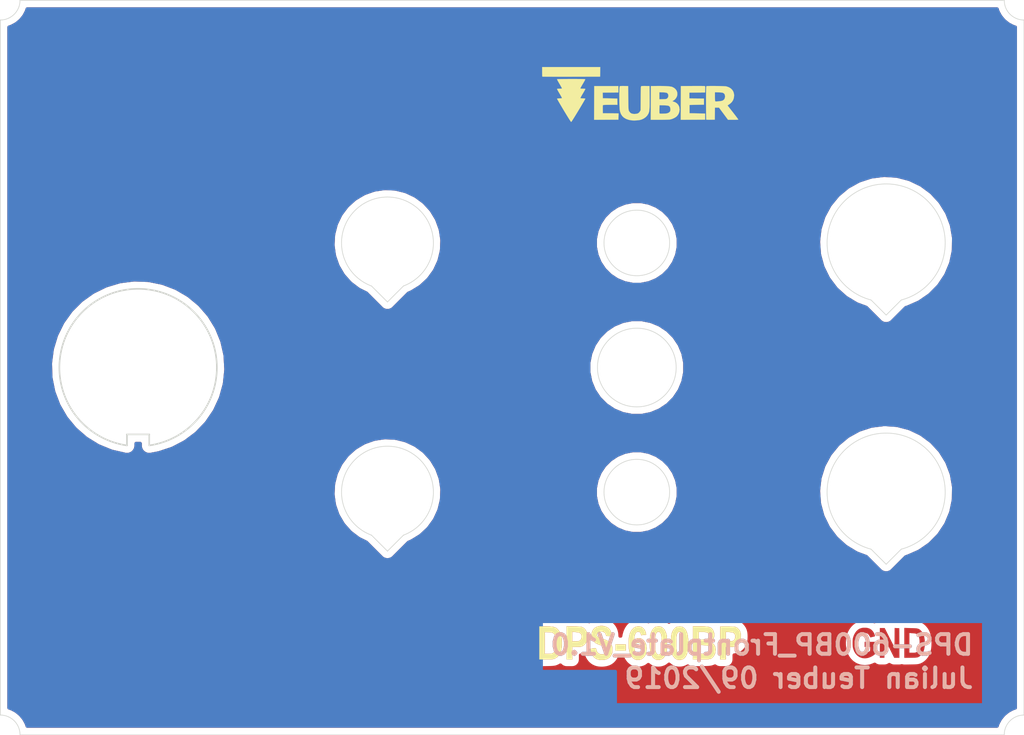
<source format=kicad_pcb>
(kicad_pcb (version 20171130) (host pcbnew "(5.1.4)-1")
  (title_block (title DPS-600BP_Frontplate) (date 2019-08-26) (rev 1.0) (company "Julian Teuber"))
  (layers (0 F.Cu signal) (31 B.Cu signal) (34 B.Paste user) (35 F.Paste user) (36 B.SilkS user) (37 F.SilkS user) (38 B.Mask user) (39 F.Mask user) (44 Edge.Cuts user))
  (net 0 "")
  (module dsp_frontplate:Frontplate_DPS (layer F.Cu) (at 58.75 47.4)
    (fp_text reference " " (at 0 0) (layer F.SilkS) (effects (font (size 1.27 1.27))))
    (fp_text value "" (at 0 0) (layer F.SilkS) (effects (font (size 1.27 1.27))))
    (fp_poly (pts (xy -11.138071 21.496947) (xy -11.024539 21.555184) (xy -10.937361 21.638659) (xy -10.87274 21.733227) (xy -10.821775 21.832215) (xy -10.783068 21.941922) (xy -10.755225 22.068644) (xy -10.736849 22.218682) (xy -10.726543 22.398331) (xy -10.722941 22.606) (xy -10.725006 22.815303) (xy -10.733686 22.989248) (xy -10.749959 23.134431) (xy -10.774804 23.257452) (xy -10.809202 23.364908) (xy -10.848575 23.452666) (xy -10.932774 23.578425) (xy -11.038894 23.67469) (xy -11.160779 23.738474) (xy -11.292275 23.766795) (xy -11.427225 23.756668) (xy -11.458608 23.748436) (xy -11.577483 23.69123) (xy -11.682142 23.59719) (xy -11.769362 23.470363) (xy -11.835918 23.314798) (xy -11.854447 23.251583) (xy -11.876536 23.148328) (xy -11.89287 23.02686) (xy -11.904412 22.878458) (xy -11.910525 22.743583) (xy -11.910885 22.682173) (xy -11.524745 22.682173) (xy -11.523756 22.823213) (xy -11.521709 22.953134) (xy -11.518603 23.064304) (xy -11.514438 23.149089) (xy -11.509211 23.199858) (xy -11.508701 23.202442) (xy -11.478917 23.278998) (xy -11.429289 23.346416) (xy -11.369983 23.393798) (xy -11.314713 23.410333) (xy -11.260583 23.395612) (xy -11.208589 23.360178) (xy -11.208259 23.359849) (xy -11.17747 23.32421) (xy -11.153127 23.282382) (xy -11.134508 23.229231) (xy -11.120887 23.159627) (xy -11.111542 23.068437) (xy -11.105748 22.950529) (xy -11.102781 22.800772) (xy -11.101918 22.614033) (xy -11.101917 22.606) (xy -11.102261 22.439585) (xy -11.103543 22.309546) (xy -11.106134 22.209929) (xy -11.110409 22.13478) (xy -11.116741 22.078146) (xy -11.125502 22.034073) (xy -11.137067 21.996608) (xy -11.140723 21.986839) (xy -11.189747 21.894004) (xy -11.251284 21.840079) (xy -11.326995 21.822833) (xy -11.385934 21.842084) (xy -11.442321 21.893116) (xy -11.487314 21.965845) (xy -11.508533 22.029831) (xy -11.513866 22.07731) (xy -11.518149 22.159463) (xy -11.521379 22.268658) (xy -11.523555 22.397263) (xy -11.524678 22.537645) (xy -11.524745 22.682173) (xy -11.910885 22.682173) (xy -11.912186 22.460758) (xy -11.895648 22.215317) (xy -11.860605 22.006282) (xy -11.806753 21.83267) (xy -11.733786 21.693502) (xy -11.6414 21.587797) (xy -11.529289 21.514574) (xy -11.527891 21.513921) (xy -11.399095 21.474341) (xy -11.266039 21.469341) (xy -11.138071 21.496947)) (layer F.Cu) (width 0.01))
    (fp_poly (pts (xy -8.5725 21.9075) (xy -9.245123 21.9075) (xy -9.257323 21.976291) (xy -9.26721 22.038265) (xy -9.27861 22.118375) (xy -9.284035 22.159696) (xy -9.291198 22.224765) (xy -9.289767 22.256554) (xy -9.277479 22.263643) (xy -9.258315 22.257295) (xy -9.215446 22.246156) (xy -9.14781 22.235543) (xy -9.095645 22.230043) (xy -8.956704 22.235101) (xy -8.835847 22.276925) (xy -8.727078 22.357872) (xy -8.700143 22.385504) (xy -8.606576 22.515035) (xy -8.542217 22.663833) (xy -8.506167 22.825237) (xy -8.497524 22.992584) (xy -8.515388 23.159216) (xy -8.55886 23.31847) (xy -8.627038 23.463686) (xy -8.719022 23.588202) (xy -8.833912 23.685359) (xy -8.879417 23.711692) (xy -8.963454 23.740899) (xy -9.07033 23.758909) (xy -9.181658 23.764138) (xy -9.27905 23.755005) (xy -9.305614 23.748379) (xy -9.416199 23.697155) (xy -9.521966 23.618424) (xy -9.60741 23.524679) (xy -9.633184 23.484416) (xy -9.675088 23.398897) (xy -9.70757 23.313316) (xy -9.727832 23.237596) (xy -9.733076 23.181659) (xy -9.725149 23.158341) (xy -9.695556 23.147275) (xy -9.635606 23.135608) (xy -9.55718 23.125553) (xy -9.540875 23.123981) (xy -9.458625 23.117091) (xy -9.409796 23.116086) (xy -9.385691 23.122607) (xy -9.377612 23.138291) (xy -9.376834 23.154897) (xy -9.35767 23.24056) (xy -9.306979 23.318227) (xy -9.234956 23.377568) (xy -9.1518 23.408253) (xy -9.124689 23.410333) (xy -9.030146 23.392185) (xy -8.957394 23.337763) (xy -8.906452 23.247098) (xy -8.877337 23.120221) (xy -8.869764 22.987) (xy -8.873865 22.870812) (xy -8.887414 22.783813) (xy -8.909969 22.718528) (xy -8.967807 22.63505) (xy -9.045889 22.584162) (xy -9.136653 22.566531) (xy -9.232542 22.582821) (xy -9.325997 22.633699) (xy -9.374519 22.677619) (xy -9.402812 22.703902) (xy -9.432236 22.715393) (xy -9.476433 22.714116) (xy -9.544724 22.702885) (xy -9.613634 22.688551) (xy -9.664579 22.674676) (xy -9.683599 22.666189) (xy -9.684146 22.642381) (xy -9.678591 22.582432) (xy -9.667659 22.491979) (xy -9.652073 22.376662) (xy -9.632558 22.242117) (xy -9.611214 22.102743) (xy -9.588099 21.954521) (xy -9.567325 21.819625) (xy -9.549761 21.703833) (xy -9.536275 21.612927) (xy -9.527738 21.552686) (xy -9.525 21.529262) (xy -9.510429 21.520769) (xy -9.464973 21.514272) (xy -9.386023 21.509637) (xy -9.270968 21.506735) (xy -9.117196 21.505435) (xy -9.04875 21.505333) (xy -8.5725 21.505333) (xy -8.5725 21.9075)) (layer F.Cu) (width 0.01))
    (fp_poly (pts (xy -10.033 23.727833) (xy -10.392834 23.727833) (xy -10.392834 23.3045) (xy -10.033 23.3045) (xy -10.033 23.727833)) (layer F.Cu) (width 0.01))
    (fp_poly (pts (xy -7.349665 21.469075) (xy -7.307506 21.47477) (xy -7.300373 21.478001) (xy -7.291341 21.500133) (xy -7.270671 21.558053) (xy -7.239839 21.647301) (xy -7.200322 21.763413) (xy -7.153595 21.901929) (xy -7.101134 22.058386) (xy -7.044416 22.228323) (xy -6.984916 22.407276) (xy -6.924111 22.590786) (xy -6.863477 22.774388) (xy -6.804489 22.953622) (xy -6.748624 23.124026) (xy -6.697358 23.281138) (xy -6.652167 23.420495) (xy -6.614527 23.537636) (xy -6.585913 23.628099) (xy -6.567803 23.687422) (xy -6.561667 23.711014) (xy -6.581287 23.718288) (xy -6.633976 23.723978) (xy -6.710475 23.7273) (xy -6.759904 23.727833) (xy -6.958141 23.727833) (xy -7.119437 23.219833) (xy -7.863457 23.219833) (xy -7.9375 23.473833) (xy -8.011544 23.727833) (xy -8.207356 23.727833) (xy -8.292473 23.726243) (xy -8.358825 23.721979) (xy -8.397117 23.715793) (xy -8.402857 23.711958) (xy -8.39653 23.689378) (xy -8.378448 23.63019) (xy -8.349778 23.538097) (xy -8.311689 23.416803) (xy -8.265349 23.270013) (xy -8.211926 23.101429) (xy -8.152589 22.914757) (xy -8.126704 22.833541) (xy -7.746733 22.833541) (xy -7.727031 22.835575) (xy -7.673129 22.837247) (xy -7.59316 22.838389) (xy -7.495257 22.838832) (xy -7.490736 22.838833) (xy -7.378289 22.837799) (xy -7.303092 22.834335) (xy -7.260102 22.8279) (xy -7.244278 22.817952) (xy -7.244601 22.812375) (xy -7.253785 22.784298) (xy -7.272996 22.722773) (xy -7.300052 22.634885) (xy -7.332769 22.527722) (xy -7.363608 22.426083) (xy -7.399614 22.307571) (xy -7.432021 22.201819) (xy -7.458593 22.116047) (xy -7.477097 22.057476) (xy -7.484801 22.0345) (xy -7.493036 22.047353) (xy -7.511382 22.093555) (xy -7.537506 22.165989) (xy -7.569076 22.257542) (xy -7.60376 22.361097) (xy -7.639224 22.469539) (xy -7.673138 22.575754) (xy -7.703168 22.672626) (xy -7.726981 22.753039) (xy -7.742246 22.80988) (xy -7.746733 22.833541) (xy -8.126704 22.833541) (xy -8.088506 22.713699) (xy -8.047347 22.584833) (xy -7.692149 21.473583) (xy -7.504548 21.467418) (xy -7.418895 21.46644) (xy -7.349665 21.469075)) (layer F.Cu) (width 0.01))
    (fp_poly (pts (xy 6.879015 19.742692) (xy 7.039111 19.779933) (xy 7.185506 19.845419) (xy 7.288562 19.919303) (xy 7.385089 20.029746) (xy 7.458435 20.165644) (xy 7.501901 20.313458) (xy 7.508703 20.364246) (xy 7.519735 20.485904) (xy 7.426992 20.49965) (xy 7.348794 20.506505) (xy 7.257579 20.508042) (xy 7.218608 20.506656) (xy 7.151707 20.501112) (xy 7.115431 20.490262) (xy 7.098085 20.467728) (xy 7.089857 20.436416) (xy 7.050812 20.320903) (xy 6.986283 20.237713) (xy 6.893038 20.18396) (xy 6.777487 20.157835) (xy 6.658529 20.157817) (xy 6.553529 20.184316) (xy 6.469092 20.233348) (xy 6.411825 20.30093) (xy 6.388337 20.383076) (xy 6.3881 20.392644) (xy 6.39365 20.455646) (xy 6.413392 20.508682) (xy 6.451961 20.555103) (xy 6.513994 20.59826) (xy 6.604127 20.641505) (xy 6.726996 20.68819) (xy 6.857701 20.732128) (xy 6.9976 20.779155) (xy 7.105234 20.81996) (xy 7.189316 20.85895) (xy 7.25856 20.900529) (xy 7.321679 20.949102) (xy 7.366729 20.98948) (xy 7.447462 21.075115) (xy 7.504426 21.162993) (xy 7.541057 21.262685) (xy 7.560789 21.383761) (xy 7.567059 21.535792) (xy 7.567083 21.547666) (xy 7.565873 21.660639) (xy 7.561238 21.742374) (xy 7.551668 21.803924) (xy 7.535656 21.856342) (xy 7.519904 21.893307) (xy 7.432793 22.043413) (xy 7.32407 22.16042) (xy 7.191262 22.245713) (xy 7.031896 22.300677) (xy 6.843498 22.326699) (xy 6.741583 22.329313) (xy 6.586926 22.318438) (xy 6.449196 22.289403) (xy 6.442137 22.287212) (xy 6.297233 22.219615) (xy 6.170432 22.116475) (xy 6.065037 21.98191) (xy 5.984351 21.820037) (xy 5.935945 21.656082) (xy 5.920786 21.581489) (xy 5.909954 21.522338) (xy 5.905867 21.492193) (xy 5.925515 21.477831) (xy 5.979725 21.46432) (xy 6.058958 21.453776) (xy 6.142099 21.444883) (xy 6.213927 21.435557) (xy 6.259195 21.427784) (xy 6.259844 21.427629) (xy 6.302303 21.429021) (xy 6.315341 21.444879) (xy 6.348343 21.558401) (xy 6.375384 21.639568) (xy 6.400381 21.697194) (xy 6.427251 21.740088) (xy 6.459909 21.777062) (xy 6.465411 21.782507) (xy 6.561873 21.853757) (xy 6.667799 21.893847) (xy 6.777096 21.905404) (xy 6.883674 21.891055) (xy 6.98144 21.853426) (xy 7.064304 21.795145) (xy 7.126174 21.718838) (xy 7.160959 21.627132) (xy 7.162566 21.522654) (xy 7.154638 21.485301) (xy 7.12651 21.419822) (xy 7.086257 21.366304) (xy 7.078653 21.359692) (xy 7.038715 21.337305) (xy 6.967868 21.306252) (xy 6.875638 21.270408) (xy 6.77155 21.233647) (xy 6.756372 21.228581) (xy 6.587505 21.170062) (xy 6.453664 21.117194) (xy 6.348498 21.066697) (xy 6.265652 21.015291) (xy 6.198774 20.959694) (xy 6.16296 20.922157) (xy 6.073122 20.790155) (xy 6.015189 20.639943) (xy 5.989303 20.479819) (xy 5.995604 20.318082) (xy 6.034232 20.163031) (xy 6.10533 20.022963) (xy 6.146783 19.968396) (xy 6.258056 19.869455) (xy 6.394738 19.797078) (xy 6.549007 19.751601) (xy 6.713039 19.73336) (xy 6.879015 19.742692)) (layer F.Cu) (width 0.01))
    (fp_poly (pts (xy 9.636957 19.771999) (xy 9.740755 19.794559) (xy 9.846479 19.846293) (xy 9.945084 19.931412) (xy 10.029735 20.040967) (xy 10.093601 20.16601) (xy 10.129847 20.297592) (xy 10.131009 20.305603) (xy 10.143717 20.39832) (xy 9.9984 20.413107) (xy 9.91765 20.422256) (xy 9.848671 20.43171) (xy 9.808411 20.439) (xy 9.778433 20.440253) (xy 9.761507 20.418077) (xy 9.750498 20.367295) (xy 9.718411 20.271296) (xy 9.659531 20.20604) (xy 9.57697 20.174424) (xy 9.540746 20.171833) (xy 9.447366 20.19073) (xy 9.370728 20.247611) (xy 9.310662 20.342764) (xy 9.266997 20.476475) (xy 9.239562 20.649031) (xy 9.236435 20.683025) (xy 9.222444 20.850797) (xy 9.294347 20.78336) (xy 9.403681 20.705583) (xy 9.520332 20.666182) (xy 9.639877 20.662857) (xy 9.757891 20.693311) (xy 9.869951 20.755246) (xy 9.971633 20.846364) (xy 10.058514 20.964367) (xy 10.126169 21.106957) (xy 10.162919 21.234558) (xy 10.17665 21.342287) (xy 10.179349 21.473074) (xy 10.171992 21.612116) (xy 10.155554 21.744615) (xy 10.131013 21.855768) (xy 10.119721 21.889446) (xy 10.050894 22.020738) (xy 9.953144 22.142411) (xy 9.83865 22.24003) (xy 9.807072 22.260024) (xy 9.710985 22.29885) (xy 9.593049 22.321251) (xy 9.471176 22.325339) (xy 9.363274 22.309226) (xy 9.357176 22.307437) (xy 9.219771 22.243776) (xy 9.099997 22.142692) (xy 8.999 22.00575) (xy 8.917925 21.834517) (xy 8.857918 21.630562) (xy 8.855973 21.62175) (xy 8.838566 21.510799) (xy 8.831137 21.424286) (xy 9.252849 21.424286) (xy 9.25757 21.531223) (xy 9.283499 21.664975) (xy 9.328637 21.775411) (xy 9.389215 21.858822) (xy 9.461464 21.911498) (xy 9.541615 21.929728) (xy 9.625901 21.909803) (xy 9.63664 21.904392) (xy 9.71047 21.841124) (xy 9.762737 21.742872) (xy 9.792717 21.611499) (xy 9.800166 21.484166) (xy 9.788739 21.329421) (xy 9.755544 21.202784) (xy 9.702207 21.10701) (xy 9.630357 21.044853) (xy 9.541622 21.019068) (xy 9.525 21.0185) (xy 9.435905 21.037949) (xy 9.361624 21.093079) (xy 9.304676 21.179064) (xy 9.267579 21.291075) (xy 9.252849 21.424286) (xy 8.831137 21.424286) (xy 8.826364 21.368708) (xy 8.819372 21.206347) (xy 8.81759 21.034586) (xy 8.821022 20.864298) (xy 8.82967 20.706353) (xy 8.843537 20.571623) (xy 8.855714 20.499916) (xy 8.912744 20.301446) (xy 8.992389 20.130944) (xy 9.091995 19.990527) (xy 9.208909 19.882309) (xy 9.340476 19.808405) (xy 9.484043 19.77093) (xy 9.636957 19.771999)) (layer F.Cu) (width 0.01))
    (fp_poly (pts (xy 11.203698 19.778267) (xy 11.266809 19.799832) (xy 11.311493 19.820633) (xy 11.428895 19.894889) (xy 11.52555 19.994596) (xy 11.604432 20.12416) (xy 11.668514 20.287986) (xy 11.698475 20.394083) (xy 11.71101 20.451098) (xy 11.720518 20.514352) (xy 11.727375 20.590419) (xy 11.731956 20.685874) (xy 11.734637 20.80729) (xy 11.735792 20.961244) (xy 11.735915 21.05025) (xy 11.735368 21.222485) (xy 11.73348 21.358972) (xy 11.729874 21.466286) (xy 11.724175 21.551001) (xy 11.716009 21.619692) (xy 11.704999 21.678933) (xy 11.698475 21.706416) (xy 11.636791 21.901449) (xy 11.55946 22.057951) (xy 11.465294 22.177178) (xy 11.353109 22.260386) (xy 11.221717 22.308831) (xy 11.116207 22.322808) (xy 11.032311 22.323092) (xy 10.956262 22.316525) (xy 10.911416 22.306584) (xy 10.836118 22.268629) (xy 10.75232 22.211516) (xy 10.67878 22.148474) (xy 10.661434 22.130283) (xy 10.614611 22.062733) (xy 10.56507 21.966083) (xy 10.51821 21.852781) (xy 10.479432 21.735276) (xy 10.4638 21.674666) (xy 10.448559 21.580105) (xy 10.437061 21.452733) (xy 10.429315 21.30191) (xy 10.425333 21.136994) (xy 10.425228 21.05025) (xy 10.847916 21.05025) (xy 10.848183 21.228271) (xy 10.849186 21.3694) (xy 10.851228 21.479073) (xy 10.854614 21.562727) (xy 10.859647 21.625801) (xy 10.866631 21.673732) (xy 10.875869 21.711958) (xy 10.886622 21.74323) (xy 10.936673 21.836432) (xy 10.999662 21.89848) (xy 11.069725 21.926715) (xy 11.141003 21.918479) (xy 11.195508 21.883335) (xy 11.234086 21.839291) (xy 11.264134 21.783672) (xy 11.287382 21.709888) (xy 11.305561 21.611349) (xy 11.320404 21.481466) (xy 11.329309 21.374105) (xy 11.33717 21.224431) (xy 11.339795 21.064282) (xy 11.337596 20.901513) (xy 11.330987 20.743975) (xy 11.32038 20.599522) (xy 11.306189 20.476008) (xy 11.288826 20.381284) (xy 11.27469 20.335553) (xy 11.222456 20.245686) (xy 11.158274 20.189417) (xy 11.087994 20.168607) (xy 11.01747 20.185112) (xy 10.95745 20.234795) (xy 10.927057 20.273462) (xy 10.902844 20.312781) (xy 10.884115 20.357935) (xy 10.870174 20.414107) (xy 10.860324 20.486481) (xy 10.85387 20.58024) (xy 10.850115 20.700567) (xy 10.848362 20.852645) (xy 10.847917 21.041657) (xy 10.847916 21.05025) (xy 10.425228 21.05025) (xy 10.425126 20.967344) (xy 10.428702 20.802318) (xy 10.436073 20.651275) (xy 10.44725 20.523573) (xy 10.462242 20.42857) (xy 10.46241 20.427824) (xy 10.517862 20.242334) (xy 10.593787 20.080861) (xy 10.687044 19.94838) (xy 10.794493 19.849866) (xy 10.847747 19.817364) (xy 10.902356 19.798552) (xy 10.980843 19.782657) (xy 11.05348 19.774259) (xy 11.13934 19.770956) (xy 11.203698 19.778267)) (layer F.Cu) (width 0.01))
    (fp_poly (pts (xy 12.781519 19.78239) (xy 12.846858 19.790549) (xy 12.900902 19.808382) (xy 12.958769 19.839044) (xy 13.069004 19.922489) (xy 13.160267 20.033191) (xy 13.23324 20.173231) (xy 13.288607 20.344692) (xy 13.327049 20.549654) (xy 13.349249 20.790199) (xy 13.355917 21.05025) (xy 13.348185 21.327566) (xy 13.324582 21.56728) (xy 13.284493 21.77128) (xy 13.227304 21.941452) (xy 13.152401 22.079681) (xy 13.05917 22.187856) (xy 12.962477 22.259103) (xy 12.853138 22.303139) (xy 12.724671 22.32411) (xy 12.594311 22.320629) (xy 12.493485 22.296891) (xy 12.400738 22.245765) (xy 12.307003 22.164959) (xy 12.223172 22.065428) (xy 12.163258 21.964837) (xy 12.120736 21.862629) (xy 12.087825 21.753009) (xy 12.063587 21.629378) (xy 12.047086 21.48514) (xy 12.037385 21.313696) (xy 12.033547 21.10845) (xy 12.033393 21.05025) (xy 12.034378 20.99043) (xy 12.442014 20.99043) (xy 12.443125 21.152668) (xy 12.447469 21.310379) (xy 12.454992 21.45609) (xy 12.465639 21.582326) (xy 12.479356 21.681614) (xy 12.496088 21.746481) (xy 12.496906 21.748461) (xy 12.552095 21.847765) (xy 12.615541 21.908979) (xy 12.684184 21.931072) (xy 12.754963 21.913014) (xy 12.821444 21.857676) (xy 12.856509 21.808248) (xy 12.884132 21.745303) (xy 12.905515 21.662955) (xy 12.921863 21.555316) (xy 12.93438 21.416501) (xy 12.943276 21.261916) (xy 12.946705 21.129364) (xy 12.945674 20.982769) (xy 12.940718 20.831412) (xy 12.932373 20.684576) (xy 12.921175 20.551543) (xy 12.90766 20.441593) (xy 12.892363 20.364008) (xy 12.891206 20.359915) (xy 12.847351 20.262684) (xy 12.787191 20.200795) (xy 12.717396 20.174032) (xy 12.644637 20.182182) (xy 12.575584 20.22503) (xy 12.516908 20.302362) (xy 12.486867 20.372916) (xy 12.470993 20.445683) (xy 12.458626 20.551292) (xy 12.44971 20.682268) (xy 12.444191 20.831139) (xy 12.442014 20.99043) (xy 12.034378 20.99043) (xy 12.037413 20.806321) (xy 12.050215 20.599348) (xy 12.072915 20.424651) (xy 12.106625 20.277552) (xy 12.152461 20.153374) (xy 12.211537 20.047437) (xy 12.284967 19.955064) (xy 12.29737 19.942005) (xy 12.380199 19.865027) (xy 12.457427 19.816459) (xy 12.54335 19.790413) (xy 12.652264 19.781002) (xy 12.689416 19.780545) (xy 12.781519 19.78239)) (layer F.Cu) (width 0.01))
    (fp_poly (pts (xy 2.428875 19.770085) (xy 2.643037 19.772224) (xy 2.820309 19.779047) (xy 2.965999 19.791874) (xy 3.085414 19.812023) (xy 3.183864 19.840814) (xy 3.266656 19.879563) (xy 3.3391 19.929591) (xy 3.406503 19.992216) (xy 3.431488 20.019134) (xy 3.539987 20.165037) (xy 3.622571 20.334189) (xy 3.680645 20.530583) (xy 3.715615 20.758216) (xy 3.722702 20.846728) (xy 3.728218 21.129581) (xy 3.707521 21.384852) (xy 3.66112 21.611307) (xy 3.589522 21.807711) (xy 3.493236 21.972829) (xy 3.37277 22.105427) (xy 3.22863 22.204269) (xy 3.149571 22.239983) (xy 3.111691 22.251603) (xy 3.061656 22.260853) (xy 2.994005 22.268121) (xy 2.903275 22.273796) (xy 2.784006 22.278265) (xy 2.630736 22.281915) (xy 2.534708 22.283636) (xy 2.010833 22.29229) (xy 2.010833 21.865166) (xy 2.412508 21.865166) (xy 2.650879 21.865048) (xy 2.7568 21.862904) (xy 2.855823 21.857202) (xy 2.935037 21.848882) (xy 2.973439 21.841557) (xy 3.071618 21.793916) (xy 3.158224 21.713275) (xy 3.224629 21.608867) (xy 3.248673 21.547083) (xy 3.26741 21.46132) (xy 3.282206 21.344646) (xy 3.292599 21.20834) (xy 3.298131 21.063681) (xy 3.298342 20.921949) (xy 3.292772 20.794421) (xy 3.283011 20.704731) (xy 3.251953 20.568864) (xy 3.205529 20.448052) (xy 3.148212 20.352149) (xy 3.100295 20.302126) (xy 3.041924 20.264256) (xy 2.973301 20.237644) (xy 2.885929 20.220454) (xy 2.77131 20.210847) (xy 2.662572 20.207518) (xy 2.423583 20.203583) (xy 2.418045 21.034375) (xy 2.412508 21.865166) (xy 2.010833 21.865166) (xy 2.010833 19.769666) (xy 2.428875 19.770085)) (layer F.Cu) (width 0.01))
    (fp_poly (pts (xy 4.630208 19.774118) (xy 4.79797 19.777453) (xy 4.929295 19.780801) (xy 5.030079 19.784689) (xy 5.106214 19.789645) (xy 5.163595 19.796194) (xy 5.208115 19.804864) (xy 5.245669 19.816181) (xy 5.28215 19.830673) (xy 5.287172 19.832839) (xy 5.407535 19.90678) (xy 5.512048 20.013937) (xy 5.593162 20.146011) (xy 5.612053 20.189886) (xy 5.641666 20.299628) (xy 5.658576 20.434999) (xy 5.662545 20.581173) (xy 5.653334 20.723323) (xy 5.630706 20.846622) (xy 5.62301 20.872506) (xy 5.553049 21.026631) (xy 5.454568 21.152623) (xy 5.330611 21.246778) (xy 5.303516 21.26122) (xy 5.253848 21.285054) (xy 5.209695 21.302194) (xy 5.162403 21.313981) (xy 5.103316 21.321755) (xy 5.023779 21.326859) (xy 4.915137 21.330631) (xy 4.843141 21.332541) (xy 4.5085 21.341057) (xy 4.5085 22.2885) (xy 4.085166 22.2885) (xy 4.085166 20.917777) (xy 4.5085 20.917777) (xy 4.770035 20.90907) (xy 4.890843 20.903652) (xy 4.977152 20.896011) (xy 5.036784 20.885016) (xy 5.077558 20.869536) (xy 5.088545 20.863031) (xy 5.166415 20.790032) (xy 5.212434 20.692485) (xy 5.228072 20.567228) (xy 5.228087 20.563086) (xy 5.220485 20.450884) (xy 5.194626 20.364155) (xy 5.146164 20.29956) (xy 5.070753 20.253761) (xy 4.964047 20.223421) (xy 4.821699 20.205201) (xy 4.756282 20.2007) (xy 4.5085 20.186548) (xy 4.5085 20.917777) (xy 4.085166 20.917777) (xy 4.085166 19.763956) (xy 4.630208 19.774118)) (layer F.Cu) (width 0.01))
    (fp_poly (pts (xy 14.398605 19.771283) (xy 14.579359 19.776465) (xy 14.7269 19.785707) (xy 14.845734 19.799504) (xy 14.940365 19.818352) (xy 15.015297 19.842746) (xy 15.064699 19.866942) (xy 15.165373 19.948439) (xy 15.24706 20.060318) (xy 15.305617 20.193316) (xy 15.3369 20.33817) (xy 15.337692 20.477287) (xy 15.309687 20.611376) (xy 15.257652 20.737415) (xy 15.187775 20.842454) (xy 15.140846 20.889201) (xy 15.06555 20.951266) (xy 15.126316 20.983063) (xy 15.227106 21.055652) (xy 15.318081 21.158541) (xy 15.385204 21.2725) (xy 15.413635 21.341805) (xy 15.42985 21.407295) (xy 15.436731 21.485325) (xy 15.437444 21.568833) (xy 15.422443 21.744476) (xy 15.379034 21.894499) (xy 15.304293 22.027086) (xy 15.249609 22.094612) (xy 15.205537 22.142256) (xy 15.164531 22.180697) (xy 15.121531 22.210994) (xy 15.071477 22.234209) (xy 15.00931 22.251402) (xy 14.92997 22.263634) (xy 14.828397 22.271966) (xy 14.699531 22.277457) (xy 14.538314 22.281169) (xy 14.345708 22.284079) (xy 13.716 22.292686) (xy 13.716 21.865166) (xy 14.139333 21.865166) (xy 14.451541 21.863971) (xy 14.582244 21.861673) (xy 14.695021 21.856196) (xy 14.781841 21.848092) (xy 14.834675 21.837914) (xy 14.83585 21.837513) (xy 14.91539 21.793055) (xy 14.968011 21.722483) (xy 14.99645 21.621286) (xy 15.00216 21.563313) (xy 15.002484 21.470117) (xy 14.989011 21.400864) (xy 14.96972 21.357166) (xy 14.935116 21.304753) (xy 14.891333 21.265144) (xy 14.832077 21.236329) (xy 14.751051 21.216298) (xy 14.641959 21.203039) (xy 14.498507 21.194542) (xy 14.455338 21.192884) (xy 14.139333 21.181683) (xy 14.139333 21.865166) (xy 13.716 21.865166) (xy 13.716 20.791093) (xy 14.139333 20.791093) (xy 14.440958 20.77594) (xy 14.553874 20.768758) (xy 14.655168 20.759528) (xy 14.735552 20.749297) (xy 14.785738 20.739113) (xy 14.793596 20.736185) (xy 14.871111 20.676921) (xy 14.91746 20.589575) (xy 14.931964 20.477195) (xy 14.916347 20.365796) (xy 14.871191 20.283945) (xy 14.795336 20.229772) (xy 14.77235 20.220653) (xy 14.721789 20.210464) (xy 14.638837 20.202158) (xy 14.533423 20.196482) (xy 14.419791 20.194194) (xy 14.139333 20.193) (xy 14.139333 20.791093) (xy 13.716 20.791093) (xy 13.716 19.769666) (xy 14.180135 19.769666) (xy 14.398605 19.771283)) (layer F.Cu) (width 0.01))
    (fp_poly (pts (xy 16.3195 19.780969) (xy 16.508065 19.781816) (xy 16.65984 19.784518) (xy 16.780361 19.790185) (xy 16.875164 19.799927) (xy 16.949785 19.814855) (xy 17.009762 19.836079) (xy 17.06063 19.86471) (xy 17.107926 19.901858) (xy 17.157185 19.948634) (xy 17.157619 19.949067) (xy 17.240837 20.043553) (xy 17.299957 20.140955) (xy 17.338199 20.250652) (xy 17.358784 20.382021) (xy 17.36493 20.54444) (xy 17.364918 20.552833) (xy 17.358261 20.717535) (xy 17.337352 20.851035) (xy 17.299238 20.962928) (xy 17.240969 21.062809) (xy 17.187424 21.129788) (xy 17.123496 21.194897) (xy 17.056722 21.244204) (xy 16.979793 21.280013) (xy 16.885397 21.304632) (xy 16.766223 21.320365) (xy 16.614961 21.329519) (xy 16.547041 21.331766) (xy 16.213666 21.341057) (xy 16.213666 22.2885) (xy 15.789997 22.2885) (xy 15.795457 21.034375) (xy 15.795964 20.917777) (xy 16.213666 20.917777) (xy 16.477973 20.908977) (xy 16.592928 20.904234) (xy 16.674091 20.898048) (xy 16.730004 20.889034) (xy 16.769207 20.875804) (xy 16.800242 20.856973) (xy 16.800764 20.856585) (xy 16.875416 20.776263) (xy 16.923889 20.672884) (xy 16.943818 20.558396) (xy 16.932835 20.444742) (xy 16.89907 20.360494) (xy 16.860409 20.305138) (xy 16.813911 20.264779) (xy 16.752026 20.236594) (xy 16.6672 20.217757) (xy 16.551882 20.205441) (xy 16.471004 20.200331) (xy 16.213666 20.186494) (xy 16.213666 20.917777) (xy 15.795964 20.917777) (xy 15.800916 19.78025) (xy 16.3195 19.780969)) (layer F.Cu) (width 0.01))
    (fp_poly (pts (xy 26.886948 19.874111) (xy 27.052139 19.900492) (xy 27.191923 19.95029) (xy 27.31392 20.031683) (xy 27.420933 20.145073) (xy 27.505873 20.280867) (xy 27.561653 20.429471) (xy 27.568776 20.46032) (xy 27.582408 20.526557) (xy 27.427829 20.562608) (xy 27.349585 20.581075) (xy 27.286373 20.596396) (xy 27.250536 20.605573) (xy 27.248609 20.606134) (xy 27.227165 20.59266) (xy 27.196097 20.550104) (xy 27.167149 20.497475) (xy 27.093181 20.384901) (xy 26.998358 20.308804) (xy 26.88057 20.267708) (xy 26.829847 20.261003) (xy 26.696815 20.265344) (xy 26.580976 20.304746) (xy 26.472263 20.382707) (xy 26.467803 20.386785) (xy 26.396153 20.462896) (xy 26.343776 20.545182) (xy 26.307802 20.642002) (xy 26.285359 20.761716) (xy 26.273577 20.912683) (xy 26.271936 20.957092) (xy 26.269889 21.097942) (xy 26.274061 21.208009) (xy 26.285187 21.298491) (xy 26.298287 21.359259) (xy 26.348871 21.502487) (xy 26.419873 21.623723) (xy 26.506242 21.715619) (xy 26.572443 21.758216) (xy 26.697926 21.796786) (xy 26.835758 21.801496) (xy 26.974895 21.77377) (xy 27.104295 21.715032) (xy 27.150088 21.683757) (xy 27.187105 21.653098) (xy 27.208128 21.623488) (xy 27.217669 21.582033) (xy 27.220243 21.515841) (xy 27.220333 21.483089) (xy 27.220333 21.336) (xy 26.797 21.336) (xy 26.797 20.955) (xy 27.601333 20.955) (xy 27.601333 21.86024) (xy 27.513421 21.939663) (xy 27.425132 22.004939) (xy 27.309979 22.069717) (xy 27.182903 22.126815) (xy 27.058843 22.169051) (xy 27.012916 22.18028) (xy 26.817321 22.201323) (xy 26.62404 22.183663) (xy 26.564679 22.169901) (xy 26.398302 22.103792) (xy 26.249502 22.001327) (xy 26.121222 21.865869) (xy 26.0164 21.700785) (xy 25.937979 21.509439) (xy 25.914577 21.425958) (xy 25.894363 21.309319) (xy 25.882527 21.16698) (xy 25.879034 21.012546) (xy 25.883845 20.859621) (xy 25.896925 20.72181) (xy 25.916774 20.618025) (xy 25.980909 20.436647) (xy 26.0693 20.271036) (xy 26.176917 20.128099) (xy 26.298733 20.014744) (xy 26.403099 19.949967) (xy 26.548925 19.898843) (xy 26.714709 19.873559) (xy 26.886948 19.874111)) (layer F.Cu) (width 0.01))
    (fp_poly (pts (xy 29.257896 19.901106) (xy 29.43225 19.90725) (xy 29.443204 22.1615) (xy 29.05072 22.1615) (xy 28.712922 21.484846) (xy 28.633437 21.326344) (xy 28.558525 21.178325) (xy 28.490599 21.045454) (xy 28.432074 20.9324) (xy 28.385364 20.843828) (xy 28.352882 20.784406) (xy 28.337949 20.759888) (xy 28.327999 20.748578) (xy 28.319997 20.745803) (xy 28.313727 20.755434) (xy 28.308975 20.78134) (xy 28.305525 20.827393) (xy 28.303161 20.897461) (xy 28.301669 20.995415) (xy 28.300833 21.125125) (xy 28.300438 21.290462) (xy 28.300303 21.436541) (xy 28.299833 22.1615) (xy 27.961166 22.1615) (xy 27.961166 19.896666) (xy 28.319838 19.896666) (xy 29.072416 21.388916) (xy 29.07798 20.64194) (xy 29.083543 19.894963) (xy 29.257896 19.901106)) (layer F.Cu) (width 0.01))
    (fp_poly (pts (xy 30.294791 19.901893) (xy 30.474975 19.906501) (xy 30.618907 19.912972) (xy 30.732667 19.922803) (xy 30.822336 19.937492) (xy 30.893993 19.958539) (xy 30.953718 19.987442) (xy 31.007592 20.025699) (xy 31.061694 20.074808) (xy 31.083145 20.096189) (xy 31.185266 20.21877) (xy 31.263882 20.358222) (xy 31.320528 20.519493) (xy 31.356739 20.707527) (xy 31.374053 20.92727) (xy 31.376092 21.039666) (xy 31.370884 21.237059) (xy 31.352983 21.404193) (xy 31.320494 21.551742) (xy 31.271522 21.690381) (xy 31.253165 21.732199) (xy 31.182312 21.851831) (xy 31.087211 21.962938) (xy 30.979479 22.05349) (xy 30.897274 22.100723) (xy 30.859074 22.11684) (xy 30.821208 22.129187) (xy 30.777266 22.138378) (xy 30.720838 22.145032) (xy 30.645515 22.149764) (xy 30.544886 22.153191) (xy 30.412542 22.155929) (xy 30.305375 22.157649) (xy 29.823833 22.164964) (xy 29.823833 21.7805) (xy 30.204833 21.7805) (xy 30.433181 21.7805) (xy 30.541757 21.779213) (xy 30.619374 21.77424) (xy 30.677362 21.763908) (xy 30.727046 21.746546) (xy 30.755973 21.732875) (xy 30.816734 21.695525) (xy 30.862422 21.647364) (xy 30.905627 21.574546) (xy 30.912731 21.560523) (xy 30.937535 21.508352) (xy 30.955072 21.461482) (xy 30.966915 21.410479) (xy 30.974636 21.345909) (xy 30.979805 21.258337) (xy 30.983994 21.138329) (xy 30.9842 21.13151) (xy 30.985981 20.941761) (xy 30.978115 20.787026) (xy 30.959686 20.660896) (xy 30.929779 20.556964) (xy 30.890173 20.473422) (xy 30.844086 20.408069) (xy 30.787889 20.360124) (xy 30.714087 20.326467) (xy 30.615184 20.303981) (xy 30.483685 20.289546) (xy 30.441173 20.286596) (xy 30.204833 20.271641) (xy 30.204833 21.7805) (xy 29.823833 21.7805) (xy 29.823833 19.892073) (xy 30.294791 19.901893)) (layer F.Cu) (width 0.01))
    (fp_poly (pts (xy 8.593666 21.611166) (xy 7.8105 21.611166) (xy 7.8105 21.1455) (xy 8.593666 21.1455) (xy 8.593666 21.611166)) (layer F.Cu) (width 0.01))
    (fp_poly (pts (xy -10.138834 20.574) (xy -10.498667 20.574) (xy -10.498667 18.935352) (xy -10.588625 19.023134) (xy -10.642231 19.069746) (xy -10.711527 19.122321) (xy -10.786674 19.174329) (xy -10.857833 19.219238) (xy -10.915165 19.250519) (xy -10.948008 19.261666) (xy -10.955192 19.242079) (xy -10.959635 19.189521) (xy -10.960774 19.113302) (xy -10.959836 19.066227) (xy -10.95375 18.870788) (xy -10.860255 18.819273) (xy -10.765662 18.754463) (xy -10.667053 18.665958) (xy -10.576191 18.566086) (xy -10.504839 18.467177) (xy -10.479174 18.419836) (xy -10.427931 18.309166) (xy -10.138834 18.309166) (xy -10.138834 20.574)) (layer F.Cu) (width 0.01))
    (fp_poly (pts (xy -8.933565 18.313458) (xy -8.837174 18.321796) (xy -8.768222 18.33608) (xy -8.711861 18.360203) (xy -8.67931 18.380091) (xy -8.565332 18.479863) (xy -8.481176 18.605653) (xy -8.428146 18.752193) (xy -8.407545 18.914216) (xy -8.420677 19.086452) (xy -8.463976 19.250254) (xy -8.500894 19.340201) (xy -8.549223 19.430948) (xy -8.613428 19.529164) (xy -8.69797 19.641519) (xy -8.807312 19.774681) (xy -8.84299 19.816616) (xy -8.940477 19.931552) (xy -9.012261 20.018814) (xy -9.061124 20.082044) (xy -9.089847 20.124885) (xy -9.101212 20.150979) (xy -9.101667 20.155376) (xy -9.081664 20.160853) (xy -9.026306 20.165558) (xy -8.942569 20.169162) (xy -8.837427 20.171337) (xy -8.752417 20.171833) (xy -8.403167 20.171833) (xy -8.403167 20.574) (xy -9.656712 20.574) (xy -9.642746 20.494625) (xy -9.613442 20.365629) (xy -9.570118 20.240785) (xy -9.509455 20.114328) (xy -9.428131 19.980492) (xy -9.322826 19.833512) (xy -9.19022 19.667622) (xy -9.115539 19.579166) (xy -9.031459 19.477453) (xy -8.952609 19.375694) (xy -8.885695 19.282987) (xy -8.837424 19.208427) (xy -8.823427 19.182932) (xy -8.787108 19.103948) (xy -8.768835 19.041722) (xy -8.764419 18.976989) (xy -8.767054 18.923618) (xy -8.776783 18.842549) (xy -8.795674 18.786987) (xy -8.829855 18.740214) (xy -8.837104 18.732478) (xy -8.888567 18.689109) (xy -8.944488 18.67131) (xy -8.990602 18.669) (xy -9.058689 18.674156) (xy -9.114819 18.687012) (xy -9.126025 18.691874) (xy -9.165058 18.729872) (xy -9.203523 18.794055) (xy -9.233958 18.86884) (xy -9.248901 18.938644) (xy -9.249369 18.949458) (xy -9.258899 18.99472) (xy -9.286875 19.007241) (xy -9.333756 19.003824) (xy -9.400281 18.995681) (xy -9.473471 18.984843) (xy -9.540348 18.973343) (xy -9.587932 18.963213) (xy -9.603169 18.95772) (xy -9.606553 18.929557) (xy -9.598265 18.873013) (xy -9.581201 18.799458) (xy -9.558252 18.72026) (xy -9.532313 18.646788) (xy -9.512789 18.602582) (xy -9.440876 18.496738) (xy -9.345024 18.40718) (xy -9.237732 18.344663) (xy -9.196124 18.330111) (xy -9.114553 18.31634) (xy -9.008536 18.311379) (xy -8.933565 18.313458)) (layer F.Cu) (width 0.01))
    (fp_poly (pts (xy -7.632224 19.134612) (xy -7.58198 19.313266) (xy -7.535124 19.478251) (xy -7.492893 19.625328) (xy -7.456525 19.750259) (xy -7.42726 19.848804) (xy -7.406334 19.916725) (xy -7.394985 19.949782) (xy -7.393407 19.952295) (xy -7.386322 19.930845) (xy -7.369395 19.872936) (xy -7.343854 19.782967) (xy -7.310929 19.665338) (xy -7.271849 19.524449) (xy -7.227845 19.3647) (xy -7.180145 19.19049) (xy -7.164917 19.134666) (xy -7.1163 18.956847) (xy -7.07096 18.792098) (xy -7.030134 18.644828) (xy -6.995056 18.519441) (xy -6.96696 18.420345) (xy -6.947082 18.351947) (xy -6.936657 18.318652) (xy -6.935544 18.316154) (xy -6.911952 18.312964) (xy -6.856081 18.311706) (xy -6.777948 18.312508) (xy -6.736514 18.313628) (xy -6.546132 18.31975) (xy -7.206474 20.574) (xy -7.401404 20.574) (xy -7.487836 20.572332) (xy -7.556983 20.567863) (xy -7.598854 20.56139) (xy -7.606467 20.557607) (xy -7.614236 20.534643) (xy -7.632687 20.474971) (xy -7.660646 20.382521) (xy -7.696943 20.261226) (xy -7.740407 20.115017) (xy -7.789865 19.947825) (xy -7.844146 19.763583) (xy -7.902079 19.566222) (xy -7.913939 19.525732) (xy -7.973386 19.322771) (xy -8.030088 19.1293) (xy -8.082763 18.94969) (xy -8.130127 18.788312) (xy -8.170896 18.649538) (xy -8.203786 18.537739) (xy -8.227514 18.457285) (xy -8.240797 18.412548) (xy -8.241652 18.409708) (xy -8.272024 18.309166) (xy -7.863278 18.309166) (xy -7.632224 19.134612)) (layer F.Cu) (width 0.01))
    (fp_poly (pts (xy -11.2395 19.960166) (xy -11.938 19.960166) (xy -11.938 19.536833) (xy -11.2395 19.536833) (xy -11.2395 19.960166)) (layer F.Cu) (width 0.01))
    (fp_poly (pts (xy 5.629089 14.278016) (xy 5.703975 14.282763) (xy 5.761758 14.293332) (xy 5.815043 14.311895) (xy 5.86701 14.335973) (xy 6.003331 14.424818) (xy 6.107672 14.541021) (xy 6.178844 14.682889) (xy 6.213337 14.829432) (xy 6.227629 14.937449) (xy 6.159168 14.951141) (xy 6.098876 14.958851) (xy 6.018302 14.963817) (xy 5.966354 14.964833) (xy 5.895402 14.962856) (xy 5.857346 14.955079) (xy 5.842854 14.938733) (xy 5.841535 14.927791) (xy 5.832789 14.886246) (xy 5.811427 14.826566) (xy 5.801886 14.804477) (xy 5.748313 14.724596) (xy 5.671386 14.674217) (xy 5.566996 14.651457) (xy 5.46821 14.651377) (xy 5.388349 14.659201) (xy 5.335133 14.673977) (xy 5.292889 14.701461) (xy 5.267746 14.724984) (xy 5.221261 14.783713) (xy 5.203775 14.84578) (xy 5.202766 14.871388) (xy 5.211258 14.931256) (xy 5.239916 14.982411) (xy 5.293514 15.028411) (xy 5.376824 15.072812) (xy 5.494619 15.119172) (xy 5.569534 15.144724) (xy 5.736526 15.202654) (xy 5.867758 15.255223) (xy 5.969018 15.30518) (xy 6.046093 15.355272) (xy 6.087455 15.390633) (xy 6.177784 15.505516) (xy 6.238935 15.642921) (xy 6.270959 15.794747) (xy 6.273907 15.952893) (xy 6.24783 16.109259) (xy 6.19278 16.255745) (xy 6.108808 16.384249) (xy 6.080973 16.415029) (xy 5.966512 16.502975) (xy 5.822406 16.563134) (xy 5.651603 16.594732) (xy 5.457056 16.596991) (xy 5.404645 16.592842) (xy 5.279489 16.56808) (xy 5.156938 16.52151) (xy 5.050772 16.459497) (xy 4.982342 16.397793) (xy 4.918498 16.304294) (xy 4.859438 16.186011) (xy 4.812832 16.060395) (xy 4.787849 15.95532) (xy 4.779245 15.899298) (xy 4.778424 15.861669) (xy 4.791957 15.837815) (xy 4.826411 15.823122) (xy 4.888357 15.812973) (xy 4.984362 15.802752) (xy 5.008521 15.800263) (xy 5.138125 15.7868) (xy 5.153163 15.866957) (xy 5.194713 16.001825) (xy 5.262369 16.103604) (xy 5.355793 16.171963) (xy 5.474647 16.206575) (xy 5.504997 16.209688) (xy 5.639397 16.204436) (xy 5.749571 16.168951) (xy 5.832309 16.105201) (xy 5.884399 16.015156) (xy 5.896403 15.969766) (xy 5.904597 15.893743) (xy 5.895028 15.830546) (xy 5.863579 15.776396) (xy 5.80613 15.727516) (xy 5.718561 15.680125) (xy 5.596754 15.630447) (xy 5.4825 15.590109) (xy 5.326923 15.534218) (xy 5.205805 15.482666) (xy 5.11212 15.431359) (xy 5.038841 15.376199) (xy 4.978943 15.313093) (xy 4.956111 15.283269) (xy 4.893998 15.173765) (xy 4.859075 15.050104) (xy 4.849142 14.902995) (xy 4.851361 14.840745) (xy 4.877348 14.679046) (xy 4.935859 14.543976) (xy 5.028233 14.43354) (xy 5.155807 14.345739) (xy 5.196416 14.325676) (xy 5.253583 14.302488) (xy 5.311349 14.287883) (xy 5.382011 14.280035) (xy 5.477866 14.277114) (xy 5.5245 14.276916) (xy 5.629089 14.278016)) (layer F.Cu) (width 0.01))
    (fp_poly (pts (xy 10.963089 14.278016) (xy 11.037975 14.282763) (xy 11.095758 14.293332) (xy 11.149043 14.311895) (xy 11.20101 14.335973) (xy 11.337331 14.424818) (xy 11.441672 14.541021) (xy 11.512844 14.682889) (xy 11.547337 14.829432) (xy 11.561629 14.937449) (xy 11.493168 14.951141) (xy 11.432876 14.958851) (xy 11.352302 14.963817) (xy 11.300354 14.964833) (xy 11.229402 14.962856) (xy 11.191346 14.955079) (xy 11.176854 14.938733) (xy 11.175535 14.927791) (xy 11.166789 14.886246) (xy 11.145427 14.826566) (xy 11.135886 14.804477) (xy 11.082313 14.724596) (xy 11.005386 14.674217) (xy 10.900996 14.651457) (xy 10.80221 14.651377) (xy 10.722349 14.659201) (xy 10.669133 14.673977) (xy 10.626889 14.701461) (xy 10.601746 14.724984) (xy 10.555261 14.783713) (xy 10.537775 14.84578) (xy 10.536766 14.871388) (xy 10.545258 14.931256) (xy 10.573916 14.982411) (xy 10.627514 15.028411) (xy 10.710824 15.072812) (xy 10.828619 15.119172) (xy 10.903534 15.144724) (xy 11.090745 15.210878) (xy 11.240571 15.275442) (xy 11.357574 15.342523) (xy 11.446317 15.416229) (xy 11.511362 15.500667) (xy 11.557272 15.599946) (xy 11.588609 15.718173) (xy 11.597779 15.769758) (xy 11.607754 15.942119) (xy 11.583736 16.105553) (xy 11.528449 16.254164) (xy 11.444618 16.382056) (xy 11.334968 16.483334) (xy 11.2439 16.535421) (xy 11.142304 16.567917) (xy 11.013883 16.589344) (xy 10.873082 16.598058) (xy 10.738645 16.592842) (xy 10.573749 16.559267) (xy 10.433342 16.492307) (xy 10.316893 16.39138) (xy 10.223874 16.255903) (xy 10.153754 16.085297) (xy 10.110092 15.902958) (xy 10.105775 15.869955) (xy 10.111156 15.847112) (xy 10.132942 15.831465) (xy 10.177844 15.820048) (xy 10.252571 15.809898) (xy 10.342521 15.800263) (xy 10.472125 15.7868) (xy 10.487163 15.866957) (xy 10.528713 16.001825) (xy 10.596369 16.103604) (xy 10.689793 16.171963) (xy 10.808647 16.206575) (xy 10.838997 16.209688) (xy 10.973397 16.204436) (xy 11.083571 16.168951) (xy 11.166309 16.105201) (xy 11.218399 16.015156) (xy 11.230403 15.969766) (xy 11.238597 15.893743) (xy 11.229028 15.830546) (xy 11.197579 15.776396) (xy 11.14013 15.727516) (xy 11.052561 15.680125) (xy 10.930754 15.630447) (xy 10.8165 15.590109) (xy 10.660923 15.534218) (xy 10.539805 15.482666) (xy 10.44612 15.431359) (xy 10.372841 15.376199) (xy 10.312943 15.313093) (xy 10.290111 15.283269) (xy 10.227364 15.172223) (xy 10.192501 15.046727) (xy 10.183353 14.897655) (xy 10.185518 14.843217) (xy 10.210942 14.681157) (xy 10.267388 14.546936) (xy 10.35682 14.437607) (xy 10.4812 14.350224) (xy 10.530416 14.325625) (xy 10.587626 14.302454) (xy 10.645475 14.287861) (xy 10.716263 14.280022) (xy 10.812291 14.277111) (xy 10.8585 14.276916) (xy 10.963089 14.278016)) (layer F.Cu) (width 0.01))
    (fp_poly (pts (xy 7.979833 14.689666) (xy 6.962489 14.689666) (xy 6.968453 14.938375) (xy 6.974416 15.187083) (xy 7.434791 15.192787) (xy 7.895166 15.198492) (xy 7.895166 15.578666) (xy 6.962671 15.578666) (xy 6.968543 15.880291) (xy 6.974416 16.181916) (xy 8.001 16.193252) (xy 8.001 16.5735) (xy 6.604 16.5735) (xy 6.604 14.308666) (xy 7.979833 14.308666) (xy 7.979833 14.689666)) (layer F.Cu) (width 0.01))
    (fp_poly (pts (xy 9.450916 15.800916) (xy 9.456479 15.054791) (xy 9.462041 14.308666) (xy 9.800166 14.308666) (xy 9.800166 16.5735) (xy 9.42975 16.572678) (xy 8.688916 15.116542) (xy 8.677784 16.5735) (xy 8.512253 16.5735) (xy 8.432235 16.571809) (xy 8.36944 16.567329) (xy 8.335184 16.560949) (xy 8.332611 16.559388) (xy 8.329918 16.536122) (xy 8.327393 16.474486) (xy 8.325086 16.378447) (xy 8.323047 16.251968) (xy 8.321324 16.099014) (xy 8.319967 15.923549) (xy 8.319026 15.729538) (xy 8.318549 15.520946) (xy 8.3185 15.426972) (xy 8.3185 14.308666) (xy 8.699382 14.308666) (xy 9.450916 15.800916)) (layer F.Cu) (width 0.01))
    (fp_poly (pts (xy 13.313833 14.689666) (xy 12.296489 14.689666) (xy 12.302453 14.938375) (xy 12.308416 15.187083) (xy 12.768791 15.192787) (xy 13.229166 15.198492) (xy 13.229166 15.578666) (xy 12.296671 15.578666) (xy 12.302543 15.880291) (xy 12.308416 16.181916) (xy 13.335 16.193252) (xy 13.335 16.5735) (xy 11.938 16.5735) (xy 11.938 14.308666) (xy 13.313833 14.308666) (xy 13.313833 14.689666)) (layer F.Cu) (width 0.01))
    (fp_poly (pts (xy 14.245166 15.959666) (xy 13.546666 15.959666) (xy 13.546666 15.536333) (xy 14.245166 15.536333) (xy 14.245166 15.959666)) (layer F.Cu) (width 0.01))
    (fp_poly (pts (xy -31.501723 9.980582) (xy -31.229638 10.022511) (xy -30.975542 10.102662) (xy -30.738896 10.221247) (xy -30.519163 10.378479) (xy -30.338399 10.550007) (xy -30.170643 10.753161) (xy -30.029651 10.976256) (xy -29.913457 11.223609) (xy -29.820096 11.499536) (xy -29.747603 11.808355) (xy -29.735426 11.8745) (xy -29.723799 11.968422) (xy -29.71509 12.095995) (xy -29.709252 12.248719) (xy -29.706234 12.418095) (xy -29.705988 12.595626) (xy -29.708464 12.772813) (xy -29.713615 12.941157) (xy -29.72139 13.092159) (xy -29.73174 13.217322) (xy -29.743666 13.30325) (xy -29.821892 13.632729) (xy -29.925951 13.933788) (xy -30.054885 14.205032) (xy -30.207732 14.445066) (xy -30.383533 14.652497) (xy -30.581327 14.825929) (xy -30.800155 14.963969) (xy -30.928343 15.023974) (xy -31.107121 15.084239) (xy -31.31125 15.129816) (xy -31.525609 15.158438) (xy -31.73508 15.16784) (xy -31.855834 15.163024) (xy -32.139588 15.121438) (xy -32.402067 15.043403) (xy -32.642668 14.929411) (xy -32.860787 14.779954) (xy -33.055824 14.595525) (xy -33.227175 14.376617) (xy -33.374238 14.123723) (xy -33.49641 13.837334) (xy -33.5043 13.815237) (xy -33.585276 13.536673) (xy -33.643226 13.231418) (xy -33.678099 12.908337) (xy -33.686844 12.661206) (xy -32.829658 12.661206) (xy -32.819435 12.88584) (xy -32.808119 12.996333) (xy -32.760062 13.261512) (xy -32.687033 13.501474) (xy -32.590632 13.714054) (xy -32.472461 13.897085) (xy -32.334121 14.048401) (xy -32.177212 14.165838) (xy -32.003336 14.24723) (xy -31.855834 14.284486) (xy -31.772879 14.297693) (xy -31.714491 14.304041) (xy -31.663485 14.303661) (xy -31.602677 14.296683) (xy -31.538334 14.286892) (xy -31.34864 14.236494) (xy -31.173888 14.148336) (xy -31.016615 14.025135) (xy -30.879357 13.869606) (xy -30.764649 13.684465) (xy -30.675027 13.472426) (xy -30.629606 13.313833) (xy -30.580246 13.044165) (xy -30.553757 12.757613) (xy -30.549864 12.464805) (xy -30.568293 12.176369) (xy -30.60877 11.902932) (xy -30.671021 11.655122) (xy -30.672513 11.650415) (xy -30.756614 11.443119) (xy -30.867277 11.261261) (xy -31.001245 11.108058) (xy -31.15526 10.986728) (xy -31.326066 10.900487) (xy -31.47398 10.858661) (xy -31.684668 10.838414) (xy -31.885139 10.857905) (xy -32.072724 10.915218) (xy -32.244749 11.008437) (xy -32.398545 11.135645) (xy -32.531439 11.294926) (xy -32.640761 11.484361) (xy -32.723839 11.702036) (xy -32.742259 11.768666) (xy -32.781908 11.963989) (xy -32.810172 12.186824) (xy -32.826329 12.423715) (xy -32.829658 12.661206) (xy -33.686844 12.661206) (xy -33.689849 12.576294) (xy -33.678427 12.244151) (xy -33.643784 11.920772) (xy -33.585872 11.615022) (xy -33.517594 11.373453) (xy -33.411825 11.100882) (xy -33.286386 10.860943) (xy -33.13709 10.646866) (xy -32.959754 10.451884) (xy -32.930475 10.423863) (xy -32.732683 10.265303) (xy -32.512876 10.141495) (xy -32.269835 10.05196) (xy -32.00234 9.99622) (xy -31.792334 9.976663) (xy -31.501723 9.980582)) (layer F.Cu) (width 0.01))
    (fp_poly (pts (xy -26.204334 10.900833) (xy -28.194 10.900833) (xy -28.194 12.086166) (xy -26.4795 12.086166) (xy -26.4795 12.954) (xy -28.193609 12.954) (xy -28.199096 14.017625) (xy -28.204584 15.08125) (xy -28.612042 15.086998) (xy -29.0195 15.092747) (xy -29.0195 10.054166) (xy -26.204334 10.054166) (xy -26.204334 10.900833)) (layer F.Cu) (width 0.01))
    (fp_poly (pts (xy -22.6695 10.900833) (xy -24.659167 10.900833) (xy -24.659167 12.086166) (xy -22.944667 12.086166) (xy -22.944667 12.954) (xy -24.658776 12.954) (xy -24.66975 15.08125) (xy -25.073238 15.086984) (xy -25.199883 15.088044) (xy -25.311782 15.087573) (xy -25.402132 15.085716) (xy -25.464128 15.082616) (xy -25.490967 15.078416) (xy -25.49128 15.078165) (xy -25.493151 15.055535) (xy -25.494952 14.993196) (xy -25.496669 14.893775) (xy -25.498285 14.759897) (xy -25.499786 14.594186) (xy -25.501156 14.399268) (xy -25.50238 14.177769) (xy -25.503444 13.932313) (xy -25.504331 13.665526) (xy -25.505027 13.380034) (xy -25.505517 13.078461) (xy -25.505785 12.763432) (xy -25.505834 12.558888) (xy -25.505834 10.054166) (xy -22.6695 10.054166) (xy -22.6695 10.900833)) (layer F.Cu) (width 0.01))
    (fp_poly (pts (xy -30.023268 -14.782854) (xy -29.907293 -14.779697) (xy -29.816723 -14.773168) (xy -29.743119 -14.762659) (xy -29.678228 -14.747614) (xy -29.446754 -14.671442) (xy -29.244924 -14.577096) (xy -29.061875 -14.458691) (xy -28.908542 -14.330696) (xy -28.720139 -14.132895) (xy -28.559748 -13.911592) (xy -28.425897 -13.663867) (xy -28.317117 -13.386803) (xy -28.231935 -13.077481) (xy -28.200958 -12.927241) (xy -28.18514 -12.812506) (xy -28.173303 -12.664876) (xy -28.165441 -12.493604) (xy -28.161546 -12.30794) (xy -28.16161 -12.117135) (xy -28.165625 -11.930439) (xy -28.173585 -11.757105) (xy -28.18548 -11.606382) (xy -28.201305 -11.487523) (xy -28.202138 -11.482917) (xy -28.282165 -11.137459) (xy -28.389545 -10.824146) (xy -28.52424 -10.543071) (xy -28.617955 -10.390239) (xy -28.73915 -10.232539) (xy -28.883826 -10.081617) (xy -29.040894 -9.947634) (xy -29.199267 -9.840752) (xy -29.244732 -9.815823) (xy -29.383511 -9.748302) (xy -29.508925 -9.698111) (xy -29.632218 -9.662618) (xy -29.764633 -9.639191) (xy -29.917415 -9.625198) (xy -30.088417 -9.618324) (xy -30.233631 -9.615896) (xy -30.347364 -9.617136) (xy -30.440363 -9.622689) (xy -30.523372 -9.633199) (xy -30.607137 -9.649311) (xy -30.607838 -9.649464) (xy -30.865104 -9.726422) (xy -31.102048 -9.839868) (xy -31.317716 -9.988645) (xy -31.511158 -10.1716) (xy -31.68142 -10.387577) (xy -31.827551 -10.635422) (xy -31.948598 -10.91398) (xy -32.043609 -11.222097) (xy -32.093459 -11.451167) (xy -32.115384 -11.607472) (xy -32.13073 -11.794902) (xy -32.139507 -12.002768) (xy -32.141544 -12.202584) (xy -31.284124 -12.202584) (xy -31.274463 -11.899461) (xy -31.244784 -11.630905) (xy -31.194154 -11.393697) (xy -31.121642 -11.184617) (xy -31.026317 -11.000447) (xy -30.907246 -10.837966) (xy -30.880364 -10.80764) (xy -30.728403 -10.667327) (xy -30.564087 -10.566864) (xy -30.384029 -10.504728) (xy -30.184841 -10.479397) (xy -30.148511 -10.478639) (xy -29.985168 -10.488239) (xy -29.849973 -10.516654) (xy -29.676059 -10.592439) (xy -29.516718 -10.705012) (xy -29.375375 -10.850325) (xy -29.255455 -11.024325) (xy -29.160383 -11.222962) (xy -29.104022 -11.398816) (xy -29.07027 -11.547582) (xy -29.046031 -11.697007) (xy -29.030229 -11.857708) (xy -29.021785 -12.040304) (xy -29.019586 -12.230574) (xy -29.027808 -12.523156) (xy -29.053053 -12.780335) (xy -29.096416 -13.005927) (xy -29.15899 -13.203751) (xy -29.241869 -13.377625) (xy -29.346147 -13.531366) (xy -29.415123 -13.610968) (xy -29.559835 -13.743697) (xy -29.711062 -13.838208) (xy -29.875503 -13.897141) (xy -30.059859 -13.923139) (xy -30.206712 -13.923044) (xy -30.311159 -13.916267) (xy -30.389783 -13.905159) (xy -30.459091 -13.885803) (xy -30.535594 -13.854285) (xy -30.575984 -13.835462) (xy -30.748426 -13.733671) (xy -30.895887 -13.603337) (xy -31.018865 -13.443313) (xy -31.117858 -13.252448) (xy -31.193364 -13.029596) (xy -31.245881 -12.773606) (xy -31.275908 -12.48333) (xy -31.284124 -12.202584) (xy -32.141544 -12.202584) (xy -32.141726 -12.220377) (xy -32.137398 -12.437038) (xy -32.126535 -12.64206) (xy -32.109147 -12.824753) (xy -32.091924 -12.940179) (xy -32.017582 -13.262313) (xy -31.916906 -13.558918) (xy -31.791202 -13.827912) (xy -31.641779 -14.067216) (xy -31.469945 -14.274749) (xy -31.277008 -14.44843) (xy -31.064276 -14.586179) (xy -31.053415 -14.591944) (xy -30.964317 -14.633774) (xy -30.854854 -14.678069) (xy -30.745625 -14.716615) (xy -30.722629 -14.723826) (xy -30.648118 -14.745487) (xy -30.582831 -14.761029) (xy -30.517064 -14.771501) (xy -30.441111 -14.777952) (xy -30.345266 -14.781431) (xy -30.219827 -14.782989) (xy -30.173084 -14.783247) (xy -30.023268 -14.782854)) (layer F.Cu) (width 0.01))
    (fp_poly (pts (xy -25.844832 -13.065125) (xy -25.720663 -12.818666) (xy -25.601684 -12.582934) (xy -25.489301 -12.360687) (xy -25.384919 -12.154686) (xy -25.289943 -11.96769) (xy -25.205779 -11.802459) (xy -25.133831 -11.661752) (xy -25.075506 -11.54833) (xy -25.032208 -11.464951) (xy -25.005342 -11.414375) (xy -24.996552 -11.399309) (xy -24.992787 -11.416248) (xy -24.989371 -11.47402) (xy -24.98632 -11.571125) (xy -24.983654 -11.706065) (xy -24.98139 -11.877339) (xy -24.979546 -12.083449) (xy -24.978142 -12.322895) (xy -24.977194 -12.594178) (xy -24.97672 -12.895798) (xy -24.976667 -13.045017) (xy -24.976667 -14.710834) (xy -24.214667 -14.710834) (xy -24.214667 -9.694334) (xy -24.632709 -9.694487) (xy -25.05075 -9.694641) (xy -26.70175 -12.950039) (xy -26.707173 -11.322186) (xy -26.712595 -9.694334) (xy -27.474334 -9.694334) (xy -27.474334 -14.710834) (xy -26.673228 -14.710834) (xy -25.844832 -13.065125)) (layer F.Cu) (width 0.01))
    (fp_poly (pts (xy 5.447653 -16.383666) (xy 5.551528 -16.34588) (xy 5.683232 -16.265908) (xy 5.786301 -16.156106) (xy 5.858461 -16.019768) (xy 5.897438 -15.860188) (xy 5.899571 -15.841662) (xy 5.911422 -15.726834) (xy 5.762025 -15.726834) (xy 5.682452 -15.725093) (xy 5.616921 -15.720528) (xy 5.579505 -15.714122) (xy 5.579326 -15.714054) (xy 5.556892 -15.710123) (xy 5.54112 -15.724991) (xy 5.526893 -15.767027) (xy 5.514436 -15.820156) (xy 5.490875 -15.873607) (xy 5.448376 -15.932875) (xy 5.432018 -15.950549) (xy 5.355019 -16.004547) (xy 5.264094 -16.033321) (xy 5.167622 -16.038767) (xy 5.073981 -16.022782) (xy 4.991552 -15.987262) (xy 4.928713 -15.934104) (xy 4.893843 -15.865205) (xy 4.8895 -15.827756) (xy 4.896228 -15.766696) (xy 4.919532 -15.714879) (xy 4.964089 -15.668946) (xy 5.034577 -15.625536) (xy 5.135672 -15.58129) (xy 5.272053 -15.532847) (xy 5.323416 -15.51607) (xy 5.501067 -15.452426) (xy 5.641532 -15.386313) (xy 5.749935 -15.313837) (xy 5.8314 -15.231104) (xy 5.891051 -15.13422) (xy 5.920351 -15.062397) (xy 5.947742 -14.941888) (xy 5.957828 -14.800629) (xy 5.950689 -14.656465) (xy 5.926405 -14.527247) (xy 5.917829 -14.499845) (xy 5.860597 -14.386425) (xy 5.774468 -14.279782) (xy 5.670788 -14.19147) (xy 5.560899 -14.133046) (xy 5.55607 -14.131333) (xy 5.456747 -14.106529) (xy 5.335842 -14.090465) (xy 5.208731 -14.083905) (xy 5.090787 -14.087615) (xy 4.997386 -14.10236) (xy 4.993837 -14.103344) (xy 4.835392 -14.169122) (xy 4.702027 -14.267685) (xy 4.596075 -14.396111) (xy 4.519871 -14.551482) (xy 4.475749 -14.730876) (xy 4.472532 -14.755463) (xy 4.460925 -14.853468) (xy 4.585254 -14.867671) (xy 4.663131 -14.877266) (xy 4.731279 -14.886848) (xy 4.7625 -14.892053) (xy 4.792143 -14.894226) (xy 4.812769 -14.881145) (xy 4.830776 -14.844346) (xy 4.852561 -14.775369) (xy 4.853725 -14.771398) (xy 4.908931 -14.644484) (xy 4.989017 -14.549024) (xy 5.090236 -14.487567) (xy 5.208845 -14.462662) (xy 5.299342 -14.468197) (xy 5.41793 -14.504537) (xy 5.50774 -14.568217) (xy 5.565475 -14.655737) (xy 5.587835 -14.763599) (xy 5.588 -14.774425) (xy 5.578964 -14.844285) (xy 5.548794 -14.903453) (xy 5.492896 -14.955623) (xy 5.406676 -15.004489) (xy 5.285541 -15.053745) (xy 5.207 -15.080814) (xy 5.052987 -15.134) (xy 4.933529 -15.181097) (xy 4.841903 -15.225423) (xy 4.77139 -15.2703) (xy 4.715269 -15.319048) (xy 4.706573 -15.328069) (xy 4.617609 -15.450471) (xy 4.559575 -15.590363) (xy 4.532623 -15.739551) (xy 4.536902 -15.889841) (xy 4.572565 -16.033036) (xy 4.639762 -16.160944) (xy 4.690105 -16.221694) (xy 4.809825 -16.315726) (xy 4.953093 -16.380042) (xy 5.112255 -16.41354) (xy 5.279659 -16.415115) (xy 5.447653 -16.383666)) (layer F.Cu) (width 0.01))
    (fp_poly (pts (xy 10.636465 -16.414598) (xy 10.643473 -16.413808) (xy 10.814717 -16.375551) (xy 10.960439 -16.305493) (xy 11.078129 -16.206073) (xy 11.165271 -16.079725) (xy 11.219355 -15.928886) (xy 11.233571 -15.841662) (xy 11.245422 -15.726834) (xy 11.083711 -15.723659) (xy 11.002865 -15.721868) (xy 10.937586 -15.720047) (xy 10.900277 -15.718551) (xy 10.897759 -15.718367) (xy 10.878333 -15.735559) (xy 10.855904 -15.781713) (xy 10.844721 -15.815013) (xy 10.806261 -15.901672) (xy 10.752444 -15.967189) (xy 10.670905 -16.014854) (xy 10.57724 -16.037088) (xy 10.479949 -16.036133) (xy 10.387529 -16.014228) (xy 10.308479 -15.973614) (xy 10.251296 -15.916531) (xy 10.22448 -15.84522) (xy 10.2235 -15.827756) (xy 10.230228 -15.766696) (xy 10.253532 -15.714879) (xy 10.298089 -15.668946) (xy 10.368577 -15.625536) (xy 10.469672 -15.58129) (xy 10.606053 -15.532847) (xy 10.657416 -15.51607) (xy 10.835067 -15.452426) (xy 10.975532 -15.386313) (xy 11.083935 -15.313837) (xy 11.1654 -15.231104) (xy 11.225051 -15.13422) (xy 11.254351 -15.062397) (xy 11.281742 -14.941888) (xy 11.291828 -14.800629) (xy 11.284689 -14.656465) (xy 11.260405 -14.527247) (xy 11.251829 -14.499845) (xy 11.194597 -14.386425) (xy 11.108468 -14.279782) (xy 11.004788 -14.19147) (xy 10.894899 -14.133046) (xy 10.89007 -14.131333) (xy 10.779117 -14.103938) (xy 10.646914 -14.087964) (xy 10.509964 -14.084093) (xy 10.384769 -14.093005) (xy 10.312108 -14.107455) (xy 10.170557 -14.165665) (xy 10.046836 -14.252333) (xy 9.95184 -14.359678) (xy 9.945602 -14.369249) (xy 9.901354 -14.452187) (xy 9.859753 -14.552796) (xy 9.82585 -14.656283) (xy 9.804694 -14.747856) (xy 9.800166 -14.795291) (xy 9.803014 -14.828709) (xy 9.818286 -14.848034) (xy 9.85607 -14.859295) (xy 9.921875 -14.867999) (xy 9.999188 -14.877529) (xy 10.066823 -14.887079) (xy 10.0965 -14.892053) (xy 10.126143 -14.894226) (xy 10.146769 -14.881145) (xy 10.164776 -14.844346) (xy 10.186561 -14.775369) (xy 10.187725 -14.771398) (xy 10.242931 -14.644484) (xy 10.323017 -14.549024) (xy 10.424236 -14.487567) (xy 10.542845 -14.462662) (xy 10.633342 -14.468197) (xy 10.75193 -14.504537) (xy 10.84174 -14.568217) (xy 10.899475 -14.655737) (xy 10.921835 -14.763599) (xy 10.922 -14.774425) (xy 10.912964 -14.844285) (xy 10.882794 -14.903453) (xy 10.826896 -14.955623) (xy 10.740676 -15.004489) (xy 10.619541 -15.053745) (xy 10.541 -15.080814) (xy 10.390786 -15.132482) (xy 10.274335 -15.17803) (xy 10.184275 -15.221345) (xy 10.113235 -15.266313) (xy 10.053843 -15.316822) (xy 10.014416 -15.358507) (xy 9.931029 -15.483871) (xy 9.880652 -15.627484) (xy 9.863448 -15.780886) (xy 9.879581 -15.93562) (xy 9.929215 -16.083225) (xy 9.998175 -16.197171) (xy 10.084543 -16.279206) (xy 10.201435 -16.345283) (xy 10.338971 -16.392084) (xy 10.487274 -16.416295) (xy 10.636465 -16.414598)) (layer F.Cu) (width 0.01))
    (fp_poly (pts (xy 7.662333 -16.002) (xy 6.6675 -16.002) (xy 6.6675 -15.494) (xy 7.598833 -15.494) (xy 7.598833 -15.113) (xy 6.6675 -15.113) (xy 6.6675 -14.499167) (xy 7.704666 -14.499167) (xy 7.704666 -14.118167) (xy 6.2865 -14.118167) (xy 6.2865 -16.383) (xy 7.662333 -16.383) (xy 7.662333 -16.002)) (layer F.Cu) (width 0.01))
    (fp_poly (pts (xy 8.761791 -15.626292) (xy 9.1417 -14.869584) (xy 9.144 -16.383) (xy 9.482666 -16.383) (xy 9.482666 -14.118167) (xy 9.297458 -14.118676) (xy 9.11225 -14.119186) (xy 8.371416 -15.578788) (xy 8.36585 -14.848477) (xy 8.360284 -14.118167) (xy 8.022166 -14.118167) (xy 8.022166 -16.383) (xy 8.381883 -16.383) (xy 8.761791 -15.626292)) (layer F.Cu) (width 0.01))
    (fp_poly (pts (xy 12.996333 -16.002767) (xy 12.493625 -15.997092) (xy 11.990916 -15.991417) (xy 11.990916 -15.504584) (xy 12.461875 -15.498887) (xy 12.932833 -15.493191) (xy 12.932833 -15.113) (xy 11.980333 -15.113) (xy 11.980333 -14.499167) (xy 13.038666 -14.499167) (xy 13.038666 -14.118167) (xy 11.6205 -14.118167) (xy 11.6205 -16.383) (xy 12.996333 -16.383) (xy 12.996333 -16.002767)) (layer F.Cu) (width 0.01))
    (fp_poly (pts (xy 14.075833 -15.4305) (xy 14.562666 -15.4305) (xy 14.562666 -15.028334) (xy 14.075833 -15.028334) (xy 14.075833 -14.435667) (xy 13.758333 -14.435667) (xy 13.758333 -15.028334) (xy 13.2715 -15.028334) (xy 13.2715 -15.429114) (xy 13.74775 -15.441084) (xy 13.753638 -15.732125) (xy 13.759527 -16.023167) (xy 14.075833 -16.023167) (xy 14.075833 -15.4305)) (layer F.Cu) (width 0.01))
    (fp_poly (pts (xy -30.0355 -16.213667) (xy -32.152167 -16.213667) (xy -32.152167 -16.742834) (xy -30.0355 -16.742834) (xy -30.0355 -16.213667)) (layer F.Cu) (width 0.01))
    (fp_poly (pts (xy -28.575 -16.213667) (xy -29.040667 -16.213667) (xy -29.040667 -17.293167) (xy -29.040917 -17.502463) (xy -29.041636 -17.698384) (xy -29.042775 -17.876961) (xy -29.044285 -18.034227) (xy -29.046118 -18.166213) (xy -29.048225 -18.268951) (xy -29.050559 -18.338472) (xy -29.05307 -18.37081) (xy -29.053845 -18.372667) (xy -29.074332 -18.359213) (xy -29.117502 -18.323353) (xy -29.175351 -18.271845) (xy -29.198028 -18.250959) (xy -29.270675 -18.188799) (xy -29.354662 -18.125146) (xy -29.441191 -18.065744) (xy -29.521462 -18.01634) (xy -29.586678 -17.982679) (xy -29.627561 -17.9705) (xy -29.639751 -17.981675) (xy -29.647926 -18.018607) (xy -29.652638 -18.086408) (xy -29.65444 -18.19019) (xy -29.6545 -18.21985) (xy -29.6545 -18.4692) (xy -29.493335 -18.574392) (xy -29.304511 -18.71984) (xy -29.150332 -18.886461) (xy -29.032938 -19.071922) (xy -29.028066 -19.08166) (xy -28.949563 -19.2405) (xy -28.575 -19.2405) (xy -28.575 -16.213667)) (layer F.Cu) (width 0.01))
    (fp_poly (pts (xy -26.93953 -19.228268) (xy -26.867613 -19.223821) (xy -26.810434 -19.212685) (xy -26.754207 -19.192189) (xy -26.685984 -19.160072) (xy -26.539591 -19.065943) (xy -26.424301 -18.94342) (xy -26.340629 -18.793374) (xy -26.289093 -18.616676) (xy -26.271468 -18.459473) (xy -26.270771 -18.306414) (xy -26.284759 -18.164442) (xy -26.315889 -18.028272) (xy -26.366616 -17.892619) (xy -26.439395 -17.752195) (xy -26.536681 -17.601717) (xy -26.66093 -17.435897) (xy -26.814597 -17.24945) (xy -26.855922 -17.201283) (xy -26.94077 -17.101433) (xy -27.018929 -17.006529) (xy -27.084834 -16.923556) (xy -27.132918 -16.859496) (xy -27.155373 -16.825575) (xy -27.201876 -16.742834) (xy -26.267834 -16.742834) (xy -26.267834 -16.213667) (xy -27.918834 -16.213667) (xy -27.918834 -16.25994) (xy -27.909228 -16.342651) (xy -27.882734 -16.45122) (xy -27.842837 -16.574395) (xy -27.793022 -16.700925) (xy -27.75943 -16.774584) (xy -27.703553 -16.881466) (xy -27.637716 -16.989679) (xy -27.557556 -17.105291) (xy -27.458712 -17.234369) (xy -27.336822 -17.382979) (xy -27.242026 -17.49425) (xy -27.10927 -17.649573) (xy -27.002338 -17.77848) (xy -26.918474 -17.885786) (xy -26.854923 -17.976306) (xy -26.808927 -18.054854) (xy -26.777732 -18.126245) (xy -26.758582 -18.195294) (xy -26.74872 -18.266815) (xy -26.745391 -18.345622) (xy -26.745269 -18.362084) (xy -26.756207 -18.506143) (xy -26.790861 -18.615672) (xy -26.850287 -18.691899) (xy -26.935544 -18.736055) (xy -27.047689 -18.749367) (xy -27.07748 -18.74819) (xy -27.157095 -18.738802) (xy -27.212227 -18.718798) (xy -27.260536 -18.681608) (xy -27.263186 -18.679086) (xy -27.313947 -18.61024) (xy -27.356185 -18.516476) (xy -27.383271 -18.415171) (xy -27.389667 -18.347659) (xy -27.39245 -18.304721) (xy -27.398719 -18.288) (xy -27.424972 -18.290656) (xy -27.48156 -18.297601) (xy -27.556887 -18.307306) (xy -27.639357 -18.318242) (xy -27.717373 -18.328878) (xy -27.779339 -18.337684) (xy -27.804491 -18.341535) (xy -27.843441 -18.349776) (xy -27.860688 -18.36578) (xy -27.861595 -18.401667) (xy -27.854046 -18.453555) (xy -27.810481 -18.653438) (xy -27.747232 -18.819929) (xy -27.661931 -18.958267) (xy -27.588645 -19.040365) (xy -27.485639 -19.123757) (xy -27.371518 -19.180866) (xy -27.237585 -19.21468) (xy -27.075143 -19.228183) (xy -27.039972 -19.228701) (xy -26.93953 -19.228268)) (layer F.Cu) (width 0.01))
    (fp_poly (pts (xy -23.933635 -19.217613) (xy -23.849271 -19.212643) (xy -23.801354 -19.204711) (xy -23.791334 -19.197602) (xy -23.797104 -19.175526) (xy -23.813657 -19.116725) (xy -23.839857 -19.025098) (xy -23.874566 -18.904541) (xy -23.916649 -18.758951) (xy -23.964969 -18.592225) (xy -24.018389 -18.408259) (xy -24.075773 -18.210952) (xy -24.135985 -18.004199) (xy -24.197887 -17.791897) (xy -24.260344 -17.577945) (xy -24.322219 -17.366237) (xy -24.382375 -17.160673) (xy -24.439675 -16.965147) (xy -24.492985 -16.783558) (xy -24.541166 -16.619801) (xy -24.583082 -16.477775) (xy -24.617598 -16.361376) (xy -24.643575 -16.274501) (xy -24.650769 -16.250709) (xy -24.659794 -16.235273) (xy -24.68046 -16.224782) (xy -24.719753 -16.218313) (xy -24.78466 -16.214942) (xy -24.882165 -16.213745) (xy -24.930811 -16.213667) (xy -25.199602 -16.213667) (xy -25.631128 -17.690042) (xy -25.701809 -17.931777) (xy -25.769146 -18.161909) (xy -25.832181 -18.37717) (xy -25.889953 -18.574292) (xy -25.941504 -18.750008) (xy -25.985874 -18.90105) (xy -26.022104 -19.024149) (xy -26.049236 -19.116037) (xy -26.066308 -19.173448) (xy -26.072258 -19.192875) (xy -26.066439 -19.204241) (xy -26.036021 -19.212055) (xy -25.976052 -19.216816) (xy -25.881584 -19.219025) (xy -25.809723 -19.219332) (xy -25.537584 -19.21933) (xy -25.232097 -18.129249) (xy -25.173975 -17.922661) (xy -25.119016 -17.728873) (xy -25.068307 -17.551619) (xy -25.022939 -17.394633) (xy -24.984002 -17.261652) (xy -24.952584 -17.156409) (xy -24.929775 -17.082639) (xy -24.916666 -17.044078) (xy -24.914102 -17.039167) (xy -24.906357 -17.058985) (xy -24.888694 -17.115941) (xy -24.862173 -17.206286) (xy -24.82785 -17.326272) (xy -24.786786 -17.472152) (xy -24.740039 -17.640178) (xy -24.688668 -17.826601) (xy -24.633732 -18.027674) (xy -24.606148 -18.12925) (xy -24.310702 -19.219334) (xy -24.051018 -19.219334) (xy -23.933635 -19.217613)) (layer F.Cu) (width 0.01))
    (fp_poly (pts (xy -30.839834 -18.266834) (xy -30.034236 -18.266834) (xy -30.046084 -17.727084) (xy -30.839834 -17.715566) (xy -30.839834 -16.933334) (xy -31.090306 -16.933334) (xy -31.189323 -16.934463) (xy -31.272361 -16.937533) (xy -31.330555 -16.942073) (xy -31.354889 -16.947445) (xy -31.359435 -16.972201) (xy -31.363372 -17.032241) (xy -31.366446 -17.120514) (xy -31.368403 -17.229974) (xy -31.369 -17.339028) (xy -31.369 -17.7165) (xy -32.152167 -17.7165) (xy -32.152167 -18.266834) (xy -31.369 -18.266834) (xy -31.369 -19.05) (xy -30.839834 -19.05) (xy -30.839834 -18.266834)) (layer F.Cu) (width 0.01))
    (fp_poly (pts (xy -9.631432 -20.145375) (xy -9.633573 -20.06151) (xy -9.642892 -20.001901) (xy -9.664928 -19.948505) (xy -9.705217 -19.883278) (xy -9.717505 -19.864917) (xy -9.828546 -19.678855) (xy -9.932617 -19.464346) (xy -10.026678 -19.230917) (xy -10.107692 -18.988096) (xy -10.17262 -18.745408) (xy -10.218425 -18.512383) (xy -10.242068 -18.298547) (xy -10.244667 -18.211814) (xy -10.244667 -18.076334) (xy -10.60487 -18.076334) (xy -10.592805 -18.198042) (xy -10.540002 -18.578891) (xy -10.459722 -18.938658) (xy -10.353151 -19.273362) (xy -10.221476 -19.57902) (xy -10.131454 -19.745899) (xy -10.093679 -19.811566) (xy -10.066146 -19.861742) (xy -10.054283 -19.886503) (xy -10.054167 -19.887218) (xy -10.074235 -19.890198) (xy -10.130048 -19.892791) (xy -10.215017 -19.89484) (xy -10.322553 -19.896185) (xy -10.44575 -19.896667) (xy -10.837334 -19.896667) (xy -10.837334 -20.298834) (xy -9.630834 -20.298834) (xy -9.631432 -20.145375)) (layer F.Cu) (width 0.01))
    (fp_poly (pts (xy -8.019388 -19.209458) (xy -7.646924 -18.076334) (xy -8.057426 -18.076334) (xy -8.136135 -18.330818) (xy -8.214845 -18.585302) (xy -8.588418 -18.579526) (xy -8.961992 -18.57375) (xy -9.10866 -18.076334) (xy -9.306247 -18.076334) (xy -9.391834 -18.077119) (xy -9.458739 -18.079227) (xy -9.497688 -18.082286) (xy -9.503834 -18.08424) (xy -9.497575 -18.105298) (xy -9.479574 -18.163018) (xy -9.450989 -18.253745) (xy -9.412981 -18.37382) (xy -9.36671 -18.519589) (xy -9.313337 -18.687395) (xy -9.254021 -18.873581) (xy -9.224749 -18.965334) (xy -8.845642 -18.965334) (xy -8.59039 -18.965334) (xy -8.478082 -18.966381) (xy -8.403024 -18.969884) (xy -8.360177 -18.976387) (xy -8.344501 -18.986432) (xy -8.344791 -18.991792) (xy -8.353722 -19.019715) (xy -8.372691 -19.081279) (xy -8.399593 -19.169573) (xy -8.43232 -19.277683) (xy -8.467343 -19.393959) (xy -8.503611 -19.512451) (xy -8.536441 -19.615592) (xy -8.563719 -19.697057) (xy -8.583325 -19.750523) (xy -8.59313 -19.769667) (xy -8.603315 -19.750499) (xy -8.622763 -19.69771) (xy -8.64908 -19.618377) (xy -8.679866 -19.519575) (xy -8.695312 -19.468042) (xy -8.72975 -19.351886) (xy -8.762598 -19.241408) (xy -8.790711 -19.14716) (xy -8.810946 -19.079692) (xy -8.815124 -19.065875) (xy -8.845642 -18.965334) (xy -9.224749 -18.965334) (xy -9.189923 -19.074491) (xy -9.146206 -19.211365) (xy -8.788577 -20.330584) (xy -8.590215 -20.336583) (xy -8.391853 -20.342581) (xy -8.019388 -19.209458)) (layer F.Cu) (width 0.01))
    (fp_poly (pts (xy 27.347333 -18.901834) (xy 27.580166 -18.901834) (xy 27.580166 -18.520834) (xy 27.347333 -18.520834) (xy 27.347333 -18.076334) (xy 27.008666 -18.076334) (xy 27.008666 -18.520834) (xy 26.246666 -18.520834) (xy 26.246666 -18.912782) (xy 26.585333 -18.912782) (xy 26.605005 -18.908186) (xy 26.658047 -18.90454) (xy 26.735498 -18.902308) (xy 26.797 -18.901834) (xy 27.008666 -18.901834) (xy 27.008666 -19.282834) (xy 27.00823 -19.404544) (xy 27.007017 -19.510168) (xy 27.005173 -19.593026) (xy 27.002844 -19.646439) (xy 27.000371 -19.663834) (xy 26.988353 -19.646337) (xy 26.959968 -19.59836) (xy 26.918958 -19.526677) (xy 26.869065 -19.43806) (xy 26.814034 -19.339281) (xy 26.757605 -19.237114) (xy 26.703522 -19.13833) (xy 26.655527 -19.049702) (xy 26.617363 -18.978004) (xy 26.592773 -18.930007) (xy 26.585333 -18.912782) (xy 26.246666 -18.912782) (xy 26.246666 -18.913573) (xy 26.643541 -19.622078) (xy 27.040416 -20.330584) (xy 27.193875 -20.336803) (xy 27.347333 -20.343022) (xy 27.347333 -18.901834)) (layer F.Cu) (width 0.01))
    (fp_poly (pts (xy 28.956 -20.140744) (xy 28.95471 -20.061124) (xy 28.947664 -20.003335) (xy 28.930099 -19.952292) (xy 28.897251 -19.892907) (xy 28.858463 -19.831878) (xy 28.720712 -19.589475) (xy 28.599374 -19.316859) (xy 28.497694 -19.02405) (xy 28.418913 -18.721068) (xy 28.366276 -18.417932) (xy 28.350152 -18.261477) (xy 28.335921 -18.076334) (xy 27.99716 -18.076334) (xy 28.010773 -18.268114) (xy 28.047365 -18.560707) (xy 28.114562 -18.866051) (xy 28.208594 -19.172185) (xy 28.325693 -19.467151) (xy 28.462089 -19.738988) (xy 28.488991 -19.785542) (xy 28.554689 -19.896667) (xy 27.7495 -19.896667) (xy 27.7495 -20.298834) (xy 28.956 -20.298834) (xy 28.956 -20.140744)) (layer F.Cu) (width 0.01))
    (fp_poly (pts (xy 30.008622 -20.31546) (xy 30.212001 -20.309417) (xy 30.5783 -19.198167) (xy 30.646639 -18.990767) (xy 30.710853 -18.795737) (xy 30.769743 -18.616724) (xy 30.822113 -18.457374) (xy 30.866766 -18.321332) (xy 30.902506 -18.212244) (xy 30.928134 -18.133755) (xy 30.942455 -18.089512) (xy 30.945133 -18.080859) (xy 30.925731 -18.078862) (xy 30.873071 -18.078387) (xy 30.796203 -18.079433) (xy 30.739898 -18.080859) (xy 30.534131 -18.086917) (xy 30.457908 -18.330334) (xy 30.381685 -18.57375) (xy 30.009088 -18.579524) (xy 29.874595 -18.581295) (xy 29.77649 -18.581487) (xy 29.708843 -18.579608) (xy 29.665721 -18.575168) (xy 29.641195 -18.567675) (xy 29.629333 -18.556639) (xy 29.625729 -18.547774) (xy 29.615328 -18.512637) (xy 29.595715 -18.447302) (xy 29.56999 -18.362073) (xy 29.549158 -18.293292) (xy 29.483348 -18.076334) (xy 29.085775 -18.076334) (xy 29.125907 -18.198042) (xy 29.143049 -18.250686) (xy 29.170885 -18.336955) (xy 29.207261 -18.45014) (xy 29.250023 -18.583531) (xy 29.297018 -18.730417) (xy 29.345001 -18.880667) (xy 29.376486 -18.979333) (xy 29.760333 -18.979333) (xy 29.780105 -18.973822) (xy 29.833852 -18.969332) (xy 29.913218 -18.966344) (xy 30.00375 -18.965334) (xy 30.099583 -18.966506) (xy 30.177655 -18.969694) (xy 30.229609 -18.9744) (xy 30.247166 -18.979769) (xy 30.241385 -19.003512) (xy 30.225555 -19.059803) (xy 30.201944 -19.141085) (xy 30.172819 -19.239803) (xy 30.14045 -19.348402) (xy 30.107104 -19.459327) (xy 30.07505 -19.565021) (xy 30.046556 -19.657931) (xy 30.023891 -19.730501) (xy 30.009322 -19.775175) (xy 30.005187 -19.785774) (xy 29.998013 -19.768293) (xy 29.981122 -19.71756) (xy 29.956749 -19.640933) (xy 29.927128 -19.545769) (xy 29.894493 -19.439429) (xy 29.861079 -19.32927) (xy 29.82912 -19.222652) (xy 29.80085 -19.126932) (xy 29.778503 -19.04947) (xy 29.764314 -18.997624) (xy 29.760333 -18.979333) (xy 29.376486 -18.979333) (xy 29.401776 -19.05858) (xy 29.463447 -19.251776) (xy 29.526128 -19.448082) (xy 29.585929 -19.635322) (xy 29.638964 -19.801323) (xy 29.664603 -19.881543) (xy 29.805242 -20.321502) (xy 30.008622 -20.31546)) (layer F.Cu) (width 0.01))
    (fp_poly (pts (xy 4.676896 -21.970903) (xy 4.879167 -21.97054) (xy 5.045856 -21.969804) (xy 5.180335 -21.968587) (xy 5.285981 -21.966781) (xy 5.366167 -21.964281) (xy 5.424268 -21.960977) (xy 5.463659 -21.956764) (xy 5.487716 -21.951532) (xy 5.499811 -21.945176) (xy 5.503321 -21.937588) (xy 5.503333 -21.937032) (xy 5.492822 -21.908474) (xy 5.463683 -21.850484) (xy 5.419506 -21.769664) (xy 5.363878 -21.672617) (xy 5.312592 -21.586151) (xy 5.251279 -21.482123) (xy 5.199543 -21.390179) (xy 5.160691 -21.316546) (xy 5.138026 -21.267446) (xy 5.133924 -21.249703) (xy 5.159269 -21.240758) (xy 5.216243 -21.233967) (xy 5.294156 -21.230432) (xy 5.323416 -21.230167) (xy 5.405799 -21.228216) (xy 5.470667 -21.223021) (xy 5.507425 -21.215564) (xy 5.511644 -21.212677) (xy 5.504691 -21.189837) (xy 5.478815 -21.136945) (xy 5.437259 -21.060013) (xy 5.383269 -20.965055) (xy 5.322237 -20.861659) (xy 5.259347 -20.754851) (xy 5.205866 -20.660084) (xy 5.165023 -20.583409) (xy 5.140044 -20.530876) (xy 5.134009 -20.508732) (xy 5.159313 -20.499851) (xy 5.216253 -20.493107) (xy 5.294144 -20.489597) (xy 5.323416 -20.489334) (xy 5.405677 -20.487525) (xy 5.470299 -20.482708) (xy 5.506748 -20.475794) (xy 5.510865 -20.473103) (xy 5.502803 -20.451498) (xy 5.474968 -20.398201) (xy 5.429937 -20.317474) (xy 5.370285 -20.21358) (xy 5.298586 -20.090782) (xy 5.217417 -19.953342) (xy 5.129351 -19.805522) (xy 5.036965 -19.651586) (xy 4.942833 -19.495796) (xy 4.849531 -19.342414) (xy 4.759633 -19.195704) (xy 4.675715 -19.059926) (xy 4.600352 -18.939345) (xy 4.536118 -18.838223) (xy 4.48559 -18.760821) (xy 4.451342 -18.711404) (xy 4.436211 -18.694255) (xy 4.417524 -18.710784) (xy 4.378324 -18.763631) (xy 4.318948 -18.852273) (xy 4.239731 -18.976182) (xy 4.141009 -19.134833) (xy 4.023118 -19.327702) (xy 3.886392 -19.554262) (xy 3.87632 -19.571043) (xy 3.771318 -19.74676) (xy 3.673665 -19.91155) (xy 3.585414 -20.061852) (xy 3.508619 -20.194101) (xy 3.445334 -20.304735) (xy 3.397611 -20.390191) (xy 3.367505 -20.446905) (xy 3.357069 -20.471314) (xy 3.35718 -20.471831) (xy 3.381918 -20.479839) (xy 3.438382 -20.485922) (xy 3.515978 -20.489094) (xy 3.545416 -20.489334) (xy 3.627985 -20.4915) (xy 3.693225 -20.49727) (xy 3.730452 -20.505549) (xy 3.734823 -20.508732) (xy 3.72824 -20.532188) (xy 3.702673 -20.585633) (xy 3.661352 -20.663017) (xy 3.607502 -20.758288) (xy 3.546595 -20.861659) (xy 3.483661 -20.968338) (xy 3.430021 -21.062809) (xy 3.388921 -21.139059) (xy 3.363604 -21.191075) (xy 3.357188 -21.212677) (xy 3.381922 -21.22068) (xy 3.438383 -21.226758) (xy 3.515977 -21.229927) (xy 3.545416 -21.230167) (xy 3.627751 -21.232062) (xy 3.692523 -21.23711) (xy 3.72916 -21.244354) (xy 3.73334 -21.247165) (xy 3.726358 -21.269884) (xy 3.700592 -21.322756) (xy 3.659262 -21.399771) (xy 3.605593 -21.494918) (xy 3.544573 -21.599219) (xy 3.482019 -21.706335) (xy 3.428751 -21.801288) (xy 3.387979 -21.87804) (xy 3.362913 -21.930554) (xy 3.356649 -21.952638) (xy 3.379413 -21.956222) (xy 3.440463 -21.959574) (xy 3.535753 -21.962626) (xy 3.661236 -21.96531) (xy 3.812864 -21.967556) (xy 3.986592 -21.969295) (xy 4.178372 -21.970459) (xy 4.384158 -21.970979) (xy 4.435665 -21.971) (xy 4.676896 -21.970903)) (layer F.Cu) (width 0.01))
    (fp_poly (pts (xy 8.469553 -21.437138) (xy 8.773583 -21.43125) (xy 8.784166 -20.521084) (xy 8.78686 -20.299261) (xy 8.789443 -20.115745) (xy 8.79212 -19.966514) (xy 8.795096 -19.847542) (xy 8.798575 -19.754805) (xy 8.802763 -19.684279) (xy 8.807865 -19.63194) (xy 8.814084 -19.593764) (xy 8.821627 -19.565726) (xy 8.830697 -19.543801) (xy 8.834267 -19.536834) (xy 8.898739 -19.43691) (xy 8.972841 -19.368236) (xy 9.064883 -19.326362) (xy 9.183174 -19.306838) (xy 9.269099 -19.304) (xy 9.412297 -19.314817) (xy 9.524035 -19.348971) (xy 9.609738 -19.40902) (xy 9.673166 -19.4945) (xy 9.726083 -19.58975) (xy 9.732226 -20.49274) (xy 9.734008 -20.720184) (xy 9.736063 -20.908667) (xy 9.738517 -21.061565) (xy 9.741496 -21.182249) (xy 9.745127 -21.274093) (xy 9.749535 -21.34047) (xy 9.754847 -21.384755) (xy 9.761189 -21.410319) (xy 9.766862 -21.419378) (xy 9.803288 -21.430051) (xy 9.881193 -21.436363) (xy 9.999943 -21.438279) (xy 10.099386 -21.437138) (xy 10.403416 -21.43125) (xy 10.409448 -20.574) (xy 10.410785 -20.332995) (xy 10.410905 -20.130002) (xy 10.409496 -19.96071) (xy 10.406244 -19.820807) (xy 10.400835 -19.705982) (xy 10.392954 -19.611924) (xy 10.382289 -19.534321) (xy 10.368526 -19.468862) (xy 10.35135 -19.411235) (xy 10.330449 -19.357128) (xy 10.318997 -19.331135) (xy 10.230553 -19.185787) (xy 10.108454 -19.058514) (xy 9.959331 -18.954397) (xy 9.78982 -18.878516) (xy 9.692152 -18.851071) (xy 9.553445 -18.827625) (xy 9.393385 -18.81271) (xy 9.230396 -18.807285) (xy 9.082905 -18.812309) (xy 9.036432 -18.816949) (xy 8.809538 -18.859717) (xy 8.616059 -18.928227) (xy 8.45535 -19.023081) (xy 8.326767 -19.14488) (xy 8.229664 -19.294227) (xy 8.163396 -19.471723) (xy 8.128711 -19.664126) (xy 8.123714 -19.733094) (xy 8.119118 -19.83788) (xy 8.115066 -19.97197) (xy 8.111704 -20.12885) (xy 8.109178 -20.302005) (xy 8.107631 -20.484922) (xy 8.1072 -20.629617) (xy 8.107357 -20.836043) (xy 8.108139 -21.003953) (xy 8.109686 -21.137162) (xy 8.112139 -21.239485) (xy 8.115637 -21.314737) (xy 8.12032 -21.366733) (xy 8.126329 -21.399286) (xy 8.133804 -21.416213) (xy 8.136178 -21.418671) (xy 8.170929 -21.429634) (xy 8.244229 -21.436165) (xy 8.357375 -21.438336) (xy 8.469553 -21.437138)) (layer F.Cu) (width 0.01))
    (fp_poly (pts (xy 8.03275 -20.944417) (xy 7.434054 -20.938795) (xy 6.835359 -20.933172) (xy 6.841388 -20.716545) (xy 6.847416 -20.499917) (xy 7.39775 -20.489334) (xy 7.948083 -20.47875) (xy 7.960053 -20.0025) (xy 7.424901 -20.002176) (xy 7.277584 -20.001431) (xy 7.143637 -19.999506) (xy 7.029084 -19.996587) (xy 6.939945 -19.992862) (xy 6.882242 -19.988519) (xy 6.862688 -19.984679) (xy 6.851532 -19.966099) (xy 6.844299 -19.923748) (xy 6.840654 -19.85253) (xy 6.840264 -19.747346) (xy 6.841521 -19.662212) (xy 6.847416 -19.356917) (xy 7.446065 -19.351295) (xy 8.044713 -19.345672) (xy 8.038731 -19.107878) (xy 8.03275 -18.870084) (xy 7.106544 -18.86457) (xy 6.180338 -18.859055) (xy 6.185794 -20.145153) (xy 6.19125 -21.43125) (xy 8.03275 -21.43125) (xy 8.03275 -20.944417)) (layer F.Cu) (width 0.01))
    (fp_poly (pts (xy 11.4325 -21.435214) (xy 11.63456 -21.427966) (xy 11.809916 -21.416907) (xy 11.95455 -21.402282) (xy 12.064446 -21.384336) (xy 12.1285 -21.366281) (xy 12.277021 -21.288963) (xy 12.392602 -21.1889) (xy 12.473357 -21.069628) (xy 12.5174 -20.93468) (xy 12.522843 -20.787593) (xy 12.500019 -20.669911) (xy 12.457537 -20.571117) (xy 12.392155 -20.473258) (xy 12.313973 -20.388633) (xy 12.233094 -20.329542) (xy 12.212359 -20.319666) (xy 12.169124 -20.297707) (xy 12.149743 -20.279856) (xy 12.149666 -20.279101) (xy 12.168214 -20.265837) (xy 12.215515 -20.248216) (xy 12.250208 -20.238259) (xy 12.389401 -20.181753) (xy 12.509633 -20.093259) (xy 12.604227 -19.979627) (xy 12.66651 -19.847708) (xy 12.679644 -19.797512) (xy 12.69469 -19.627754) (xy 12.671409 -19.460836) (xy 12.612117 -19.304786) (xy 12.519127 -19.16763) (xy 12.488506 -19.13484) (xy 12.391364 -19.057118) (xy 12.266362 -18.985348) (xy 12.127961 -18.926446) (xy 11.990624 -18.887333) (xy 11.959166 -18.881617) (xy 11.903313 -18.876135) (xy 11.8117 -18.871148) (xy 11.690901 -18.866837) (xy 11.547487 -18.863381) (xy 11.388032 -18.860962) (xy 11.219109 -18.85976) (xy 11.159961 -18.85966) (xy 10.498338 -18.8595) (xy 10.501335 -19.565956) (xy 11.158138 -19.565956) (xy 11.158504 -19.470351) (xy 11.160451 -19.397259) (xy 11.16383 -19.355322) (xy 11.165064 -19.350201) (xy 11.177323 -19.337881) (xy 11.206992 -19.33005) (xy 11.260356 -19.326242) (xy 11.343699 -19.325994) (xy 11.456731 -19.328642) (xy 11.577857 -19.333225) (xy 11.666335 -19.339554) (xy 11.731851 -19.349087) (xy 11.784089 -19.363288) (xy 11.832733 -19.383616) (xy 11.838035 -19.38617) (xy 11.923301 -19.440054) (xy 11.974908 -19.506655) (xy 11.997354 -19.594509) (xy 11.997177 -19.688104) (xy 11.976015 -19.797619) (xy 11.928974 -19.875668) (xy 11.853245 -19.926279) (xy 11.823762 -19.936947) (xy 11.778695 -19.944907) (xy 11.701275 -19.952452) (xy 11.601484 -19.958837) (xy 11.489301 -19.963314) (xy 11.46175 -19.96402) (xy 11.165416 -19.97075) (xy 11.159499 -19.675436) (xy 11.158138 -19.565956) (xy 10.501335 -19.565956) (xy 10.504969 -20.422381) (xy 11.154833 -20.422381) (xy 11.417948 -20.429399) (xy 11.53205 -20.433311) (xy 11.612466 -20.438821) (xy 11.667841 -20.447302) (xy 11.706821 -20.460128) (xy 11.738052 -20.478669) (xy 11.74074 -20.480636) (xy 11.802577 -20.550504) (xy 11.837404 -20.640497) (xy 11.84069 -20.735332) (xy 11.829258 -20.779347) (xy 11.800186 -20.841407) (xy 11.762824 -20.886235) (xy 11.710132 -20.916775) (xy 11.635071 -20.935974) (xy 11.530602 -20.946775) (xy 11.417948 -20.951435) (xy 11.154833 -20.958453) (xy 11.154833 -20.422381) (xy 10.504969 -20.422381) (xy 10.50925 -21.43125) (xy 10.964333 -21.437298) (xy 11.207752 -21.438406) (xy 11.4325 -21.435214)) (layer F.Cu) (width 0.01))
    (fp_poly (pts (xy 14.204633 -21.438316) (xy 14.345231 -21.437576) (xy 14.459754 -21.436319) (xy 14.543477 -21.434573) (xy 14.591671 -21.432371) (xy 14.600396 -21.431266) (xy 14.621287 -21.424446) (xy 14.634836 -21.411039) (xy 14.642344 -21.383386) (xy 14.645112 -21.333828) (xy 14.644441 -21.254708) (xy 14.642729 -21.181966) (xy 14.63675 -20.944417) (xy 14.038791 -20.938796) (xy 13.440833 -20.933175) (xy 13.440833 -20.490037) (xy 13.996458 -20.484394) (xy 14.552083 -20.47875) (xy 14.552083 -20.013084) (xy 14.00175 -20.0025) (xy 13.451416 -19.991917) (xy 13.451416 -19.356917) (xy 14.044083 -19.346334) (xy 14.63675 -19.33575) (xy 14.63675 -18.870084) (xy 13.710544 -18.86457) (xy 12.784338 -18.859055) (xy 12.789794 -20.145153) (xy 12.79525 -21.43125) (xy 13.673666 -21.437134) (xy 13.864124 -21.438125) (xy 14.042689 -21.438509) (xy 14.204633 -21.438316)) (layer F.Cu) (width 0.01))
    (fp_poly (pts (xy 15.342881 -21.438142) (xy 15.500448 -21.436414) (xy 15.658532 -21.43357) (xy 15.811165 -21.429689) (xy 15.952377 -21.42485) (xy 16.0762 -21.419132) (xy 16.176663 -21.412613) (xy 16.247799 -21.405371) (xy 16.274739 -21.400507) (xy 16.452596 -21.337307) (xy 16.599626 -21.247314) (xy 16.7142 -21.132477) (xy 16.794686 -20.994745) (xy 16.839454 -20.83607) (xy 16.848666 -20.714422) (xy 16.830545 -20.53078) (xy 16.775662 -20.367452) (xy 16.683236 -20.223005) (xy 16.552488 -20.096002) (xy 16.48616 -20.047654) (xy 16.346437 -19.95358) (xy 16.756302 -19.429454) (xy 16.856991 -19.299991) (xy 16.948708 -19.180709) (xy 17.028312 -19.075804) (xy 17.092659 -18.989467) (xy 17.138609 -18.925893) (xy 17.16302 -18.889274) (xy 17.166166 -18.882414) (xy 17.1474 -18.873192) (xy 17.09034 -18.866387) (xy 16.993841 -18.861929) (xy 16.85676 -18.859754) (xy 16.776058 -18.8595) (xy 16.38595 -18.8595) (xy 15.696016 -19.790834) (xy 15.388992 -19.790834) (xy 15.383287 -19.330459) (xy 15.377583 -18.870084) (xy 15.058848 -18.864263) (xy 14.94669 -18.863156) (xy 14.849821 -18.863982) (xy 14.775991 -18.866535) (xy 14.732954 -18.87061) (xy 14.725473 -18.873082) (xy 14.72283 -18.896331) (xy 14.72034 -18.958172) (xy 14.718047 -19.054867) (xy 14.715994 -19.182673) (xy 14.714223 -19.337852) (xy 14.712779 -19.516662) (xy 14.711704 -19.715363) (xy 14.711041 -19.930216) (xy 14.710833 -20.14102) (xy 14.710942 -20.406297) (xy 14.711302 -20.621938) (xy 15.388166 -20.621938) (xy 15.389117 -20.506298) (xy 15.391742 -20.405663) (xy 15.395703 -20.327598) (xy 15.400659 -20.279665) (xy 15.404041 -20.268437) (xy 15.435555 -20.259392) (xy 15.498735 -20.256963) (xy 15.583596 -20.260197) (xy 15.680153 -20.268139) (xy 15.778421 -20.279836) (xy 15.868416 -20.294332) (xy 15.940152 -20.310674) (xy 15.974743 -20.322977) (xy 16.069674 -20.388937) (xy 16.130941 -20.480512) (xy 16.158411 -20.597477) (xy 16.160044 -20.638876) (xy 16.147819 -20.749742) (xy 16.108543 -20.832494) (xy 16.038316 -20.894464) (xy 16.017675 -20.906387) (xy 15.975632 -20.923234) (xy 15.916885 -20.935407) (xy 15.833804 -20.943887) (xy 15.718759 -20.949653) (xy 15.668625 -20.951238) (xy 15.388166 -20.959154) (xy 15.388166 -20.621938) (xy 14.711302 -20.621938) (xy 14.71132 -20.632363) (xy 14.712045 -20.82234) (xy 14.713195 -20.979348) (xy 14.714847 -21.106509) (xy 14.717078 -21.206946) (xy 14.719966 -21.283779) (xy 14.723589 -21.340131) (xy 14.728024 -21.379122) (xy 14.733348 -21.403874) (xy 14.73964 -21.41751) (xy 14.742609 -21.420689) (xy 14.771722 -21.427303) (xy 14.837167 -21.432331) (xy 14.932974 -21.43585) (xy 15.053175 -21.437939) (xy 15.1918 -21.438677) (xy 15.342881 -21.438142)) (layer F.Cu) (width 0.01))
    (fp_poly (pts (xy -8.847667 -23.0505) (xy -9.518406 -23.0505) (xy -9.542854 -22.877623) (xy -9.553382 -22.797483) (xy -9.560018 -22.735419) (xy -9.561722 -22.701657) (xy -9.561038 -22.698483) (xy -9.539076 -22.70049) (xy -9.489592 -22.712428) (xy -9.4501 -22.723722) (xy -9.316143 -22.744242) (xy -9.189379 -22.725822) (xy -9.073146 -22.67168) (xy -8.970782 -22.585032) (xy -8.885626 -22.469098) (xy -8.821017 -22.327094) (xy -8.780293 -22.162237) (xy -8.769618 -22.067896) (xy -8.772481 -21.89346) (xy -8.803536 -21.725517) (xy -8.859621 -21.570784) (xy -8.937578 -21.435982) (xy -9.034246 -21.327828) (xy -9.146465 -21.253043) (xy -9.154584 -21.249337) (xy -9.26112 -21.2159) (xy -9.381708 -21.199126) (xy -9.494737 -21.201511) (xy -9.525 -21.206561) (xy -9.671089 -21.258433) (xy -9.795364 -21.345057) (xy -9.894104 -21.462911) (xy -9.963585 -21.608474) (xy -9.969608 -21.627083) (xy -9.991132 -21.700573) (xy -10.006344 -21.759774) (xy -10.011834 -21.790848) (xy -9.990876 -21.809564) (xy -9.928574 -21.824704) (xy -9.868959 -21.832246) (xy -9.790329 -21.841139) (xy -9.724968 -21.85031) (xy -9.689042 -21.857305) (xy -9.658238 -21.853808) (xy -9.652 -21.830943) (xy -9.638252 -21.769074) (xy -9.603514 -21.696166) (xy -9.557544 -21.628698) (xy -9.510101 -21.583152) (xy -9.502717 -21.57884) (xy -9.410558 -21.550477) (xy -9.32268 -21.559143) (xy -9.265957 -21.589425) (xy -9.201698 -21.664722) (xy -9.157112 -21.767335) (xy -9.132569 -21.886901) (xy -9.128443 -22.013059) (xy -9.145103 -22.135447) (xy -9.182922 -22.243702) (xy -9.239582 -22.324816) (xy -9.29351 -22.370619) (xy -9.346544 -22.390593) (xy -9.404846 -22.394334) (xy -9.472506 -22.388146) (xy -9.531981 -22.364778) (xy -9.599335 -22.318961) (xy -9.658392 -22.276481) (xy -9.703052 -22.25586) (xy -9.751399 -22.251806) (xy -9.80937 -22.257494) (xy -9.876732 -22.267923) (xy -9.927496 -22.279418) (xy -9.943528 -22.28553) (xy -9.948488 -22.30757) (xy -9.946356 -22.364251) (xy -9.936963 -22.45708) (xy -9.920142 -22.587564) (xy -9.895724 -22.75721) (xy -9.876889 -22.881456) (xy -9.787386 -23.46325) (xy -9.317526 -23.468947) (xy -8.847667 -23.474644) (xy -8.847667 -23.0505)) (layer F.Cu) (width 0.01))
    (fp_poly (pts (xy 31.5595 -23.0505) (xy 30.887341 -23.0505) (xy 30.860873 -22.880354) (xy 30.849798 -22.800344) (xy 30.843705 -22.737748) (xy 30.843541 -22.703156) (xy 30.844766 -22.699845) (xy 30.869734 -22.699062) (xy 30.912359 -22.711242) (xy 31.001284 -22.730127) (xy 31.107615 -22.731578) (xy 31.211209 -22.716635) (xy 31.281328 -22.6922) (xy 31.368477 -22.63195) (xy 31.454983 -22.54556) (xy 31.527786 -22.44736) (xy 31.560974 -22.385346) (xy 31.613467 -22.224268) (xy 31.6356 -22.054408) (xy 31.629229 -21.882672) (xy 31.596213 -21.715961) (xy 31.53841 -21.561181) (xy 31.457676 -21.425234) (xy 31.35587 -21.315024) (xy 31.254649 -21.246989) (xy 31.139959 -21.208088) (xy 31.007865 -21.19419) (xy 30.875733 -21.206146) (xy 30.806622 -21.225012) (xy 30.680106 -21.284342) (xy 30.581075 -21.36555) (xy 30.516815 -21.447026) (xy 30.478927 -21.514636) (xy 30.442416 -21.598568) (xy 30.413118 -21.683184) (xy 30.396871 -21.752845) (xy 30.395333 -21.77251) (xy 30.398806 -21.793165) (xy 30.414524 -21.807321) (xy 30.450431 -21.817486) (xy 30.514476 -21.826169) (xy 30.588351 -21.833461) (xy 30.749619 -21.848454) (xy 30.764645 -21.768358) (xy 30.798989 -21.679224) (xy 30.85995 -21.606762) (xy 30.937556 -21.560159) (xy 31.004195 -21.547667) (xy 31.099268 -21.566036) (xy 31.173293 -21.620728) (xy 31.225886 -21.711118) (xy 31.256664 -21.836583) (xy 31.265396 -21.973066) (xy 31.253834 -22.123243) (xy 31.219132 -22.242113) (xy 31.162353 -22.328003) (xy 31.084563 -22.379237) (xy 30.997541 -22.394334) (xy 30.91838 -22.379156) (xy 30.834878 -22.340498) (xy 30.768189 -22.288675) (xy 30.759042 -22.278037) (xy 30.73578 -22.252506) (xy 30.709759 -22.241007) (xy 30.668416 -22.241752) (xy 30.599186 -22.252954) (xy 30.591983 -22.254264) (xy 30.522014 -22.268581) (xy 30.470089 -22.282113) (xy 30.44954 -22.290672) (xy 30.449341 -22.314117) (xy 30.455157 -22.373862) (xy 30.466271 -22.464412) (xy 30.481968 -22.580275) (xy 30.501531 -22.715954) (xy 30.524243 -22.865956) (xy 30.526118 -22.878047) (xy 30.615386 -23.452667) (xy 31.5595 -23.452667) (xy 31.5595 -23.0505)) (layer F.Cu) (width 0.01))
    (fp_poly (pts (xy -6.973317 -23.437611) (xy -6.981706 -23.406354) (xy -7.00089 -23.338517) (xy -7.029702 -23.238127) (xy -7.066973 -23.10921) (xy -7.111535 -22.955795) (xy -7.162221 -22.781908) (xy -7.217861 -22.591576) (xy -7.277287 -22.388827) (xy -7.30053 -22.309667) (xy -7.614536 -21.24075) (xy -7.816688 -21.234712) (xy -7.911572 -21.232724) (xy -7.972361 -21.234419) (xy -8.007225 -21.241014) (xy -8.02433 -21.253723) (xy -8.029981 -21.266462) (xy -8.037923 -21.293587) (xy -8.056577 -21.357397) (xy -8.08479 -21.453943) (xy -8.121406 -21.579273) (xy -8.165273 -21.729437) (xy -8.215235 -21.900484) (xy -8.27014 -22.088464) (xy -8.328832 -22.289427) (xy -8.350197 -22.362584) (xy -8.409941 -22.56715) (xy -8.466298 -22.760101) (xy -8.518115 -22.937491) (xy -8.564238 -23.095372) (xy -8.603515 -23.229798) (xy -8.634792 -23.336821) (xy -8.656916 -23.412496) (xy -8.668735 -23.452874) (xy -8.670229 -23.457959) (xy -8.671513 -23.475167) (xy -8.658196 -23.486064) (xy -8.623016 -23.492059) (xy -8.558708 -23.494563) (xy -8.479497 -23.495) (xy -8.277807 -23.495) (xy -8.247999 -23.394459) (xy -8.235311 -23.350378) (xy -8.212872 -23.27105) (xy -8.182237 -23.162024) (xy -8.14496 -23.028848) (xy -8.102594 -22.87707) (xy -8.056693 -22.71224) (xy -8.021283 -22.584834) (xy -7.974852 -22.41849) (xy -7.93159 -22.265139) (xy -7.892878 -22.129552) (xy -7.860098 -22.0165) (xy -7.834631 -21.930754) (xy -7.817859 -21.877086) (xy -7.811524 -21.860312) (xy -7.803411 -21.876609) (xy -7.785648 -21.929598) (xy -7.759464 -22.015062) (xy -7.72609 -22.128783) (xy -7.686757 -22.266543) (xy -7.642695 -22.424123) (xy -7.595136 -22.597307) (xy -7.576857 -22.664645) (xy -7.355041 -23.484417) (xy -7.157576 -23.490528) (xy -6.96011 -23.496638) (xy -6.973317 -23.437611)) (layer F.Cu) (width 0.01))
    (fp_poly (pts (xy 26.2255 -21.230167) (xy 25.886833 -21.230167) (xy 25.886833 -22.0345) (xy 25.886453 -22.214324) (xy 25.88537 -22.380143) (xy 25.88367 -22.527361) (xy 25.881438 -22.65138) (xy 25.87876 -22.747604) (xy 25.875722 -22.811436) (xy 25.872409 -22.838279) (xy 25.87185 -22.838834) (xy 25.849206 -22.825284) (xy 25.808226 -22.790764) (xy 25.781892 -22.766076) (xy 25.733738 -22.725125) (xy 25.668312 -22.676794) (xy 25.595823 -22.627725) (xy 25.526475 -22.58456) (xy 25.470477 -22.553938) (xy 25.438286 -22.5425) (xy 25.430693 -22.562076) (xy 25.424827 -22.614459) (xy 25.421558 -22.690129) (xy 25.421166 -22.730004) (xy 25.421166 -22.917507) (xy 25.539131 -22.995831) (xy 25.691716 -23.11549) (xy 25.814793 -23.250398) (xy 25.894837 -23.378997) (xy 25.951638 -23.495) (xy 26.2255 -23.495) (xy 26.2255 -21.230167)) (layer F.Cu) (width 0.01))
    (fp_poly (pts (xy 27.488174 -23.488875) (xy 27.610537 -23.460727) (xy 27.715111 -23.402774) (xy 27.800308 -23.323541) (xy 27.889813 -23.198356) (xy 27.943737 -23.05871) (xy 27.964506 -22.897749) (xy 27.964867 -22.858826) (xy 27.954141 -22.71447) (xy 27.922711 -22.577977) (xy 27.867449 -22.442694) (xy 27.785227 -22.301967) (xy 27.672918 -22.149142) (xy 27.577408 -22.0345) (xy 27.500701 -21.944957) (xy 27.428327 -21.858885) (xy 27.36776 -21.785279) (xy 27.326474 -21.733129) (xy 27.32231 -21.727584) (xy 27.259501 -21.642917) (xy 27.615625 -21.632334) (xy 27.97175 -21.62175) (xy 27.977835 -21.425959) (xy 27.983921 -21.230167) (xy 26.727745 -21.230167) (xy 26.740661 -21.324395) (xy 26.760039 -21.428349) (xy 26.790813 -21.529508) (xy 26.835961 -21.632965) (xy 26.898458 -21.743815) (xy 26.981282 -21.867149) (xy 27.087409 -22.008063) (xy 27.219818 -22.171647) (xy 27.273243 -22.235584) (xy 27.383266 -22.369073) (xy 27.467105 -22.478022) (xy 27.52807 -22.568255) (xy 27.569471 -22.645598) (xy 27.594622 -22.715876) (xy 27.606833 -22.784913) (xy 27.609292 -22.82675) (xy 27.598258 -22.949896) (xy 27.558937 -23.042612) (xy 27.492124 -23.103924) (xy 27.398612 -23.132861) (xy 27.357339 -23.135167) (xy 27.275928 -23.115482) (xy 27.207046 -23.061989) (xy 27.159287 -22.983029) (xy 27.144619 -22.928655) (xy 27.132233 -22.862953) (xy 27.114719 -22.823215) (xy 27.082956 -22.804187) (xy 27.027822 -22.800614) (xy 26.940194 -22.80724) (xy 26.934756 -22.807749) (xy 26.770646 -22.823127) (xy 26.784433 -22.940432) (xy 26.821683 -23.107095) (xy 26.889868 -23.246465) (xy 26.98698 -23.356554) (xy 27.111012 -23.435371) (xy 27.259957 -23.480929) (xy 27.33931 -23.490372) (xy 27.488174 -23.488875)) (layer F.Cu) (width 0.01))
    (fp_poly (pts (xy 28.659666 -21.230167) (xy 28.299833 -21.230167) (xy 28.299833 -21.6535) (xy 28.659666 -21.6535) (xy 28.659666 -21.230167)) (layer F.Cu) (width 0.01))
    (fp_poly (pts (xy 29.845 -21.230167) (xy 29.485166 -21.230167) (xy 29.485166 -22.842432) (xy 29.386444 -22.755533) (xy 29.328949 -22.709314) (xy 29.258523 -22.658878) (xy 29.185274 -22.610702) (xy 29.119312 -22.571263) (xy 29.070744 -22.547039) (xy 29.053965 -22.5425) (xy 29.048181 -22.562112) (xy 29.043669 -22.614737) (xy 29.04106 -22.691061) (xy 29.040666 -22.738329) (xy 29.040666 -22.934157) (xy 29.136561 -22.985028) (xy 29.217907 -23.040182) (xy 29.307119 -23.119633) (xy 29.393572 -23.211936) (xy 29.466642 -23.305647) (xy 29.515704 -23.389321) (xy 29.519024 -23.397042) (xy 29.55925 -23.494842) (xy 29.845 -23.495) (xy 29.845 -21.230167)) (layer F.Cu) (width 0.01))
    (fp_poly (pts (xy 32.278578 -22.949959) (xy 32.346524 -22.70766) (xy 32.403919 -22.503085) (xy 32.451711 -22.333214) (xy 32.490846 -22.195028) (xy 32.522273 -22.08551) (xy 32.546939 -22.00164) (xy 32.565791 -21.940399) (xy 32.579776 -21.898769) (xy 32.589842 -21.873731) (xy 32.596936 -21.862267) (xy 32.602005 -21.861357) (xy 32.605997 -21.867982) (xy 32.609859 -21.879125) (xy 32.612363 -21.886334) (xy 32.622177 -21.918245) (xy 32.641621 -21.986196) (xy 32.669355 -22.085336) (xy 32.704039 -22.210819) (xy 32.744334 -22.357794) (xy 32.788901 -22.521413) (xy 32.8364 -22.696828) (xy 32.841869 -22.717091) (xy 33.05175 -23.494931) (xy 33.247541 -23.494966) (xy 33.3327 -23.493604) (xy 33.399136 -23.489922) (xy 33.437535 -23.484571) (xy 33.443333 -23.481256) (xy 33.437583 -23.459488) (xy 33.421222 -23.401661) (xy 33.39558 -23.312332) (xy 33.361988 -23.196056) (xy 33.321778 -23.057389) (xy 33.276281 -22.900887) (xy 33.226829 -22.731106) (xy 33.174751 -22.5526) (xy 33.121381 -22.369927) (xy 33.068048 -22.187641) (xy 33.016084 -22.010298) (xy 32.96682 -21.842455) (xy 32.921588 -21.688665) (xy 32.881718 -21.553487) (xy 32.848542 -21.441474) (xy 32.823391 -21.357183) (xy 32.807597 -21.305169) (xy 32.805652 -21.298959) (xy 32.783883 -21.230167) (xy 32.583777 -21.230167) (xy 32.478405 -21.23231) (xy 32.411336 -21.239063) (xy 32.37874 -21.25091) (xy 32.374669 -21.256625) (xy 32.366048 -21.284825) (xy 32.346989 -21.348981) (xy 32.318861 -21.444397) (xy 32.283034 -21.566376) (xy 32.240878 -21.710223) (xy 32.193763 -21.87124) (xy 32.143059 -22.044731) (xy 32.090135 -22.226) (xy 32.036361 -22.410349) (xy 31.983107 -22.593083) (xy 31.931742 -22.769505) (xy 31.883637 -22.934918) (xy 31.840162 -23.084626) (xy 31.802685 -23.213933) (xy 31.772577 -23.318141) (xy 31.751208 -23.392554) (xy 31.739947 -23.432476) (xy 31.738802 -23.436792) (xy 31.724244 -23.495) (xy 32.125696 -23.495) (xy 32.278578 -22.949959)) (layer F.Cu) (width 0.01))
    (fp_poly (pts (xy 24.616833 -22.5425) (xy 25.103666 -22.5425) (xy 25.103666 -22.140334) (xy 24.616833 -22.140334) (xy 24.616833 -21.547667) (xy 24.299333 -21.547667) (xy 24.299333 -22.140334) (xy 23.8125 -22.140334) (xy 23.8125 -22.541114) (xy 24.28875 -22.553084) (xy 24.294638 -22.844125) (xy 24.300527 -23.135167) (xy 24.616833 -23.135167) (xy 24.616833 -22.5425)) (layer F.Cu) (width 0.01))
    (fp_poly (pts (xy -10.726806 -22.844125) (xy -10.720917 -22.553084) (xy -10.244667 -22.541114) (xy -10.244667 -22.140334) (xy -10.7315 -22.140334) (xy -10.7315 -21.568834) (xy -11.049 -21.568834) (xy -11.049 -22.140334) (xy -11.535834 -22.140334) (xy -11.535834 -22.5425) (xy -11.049 -22.5425) (xy -11.049 -23.135167) (xy -10.732695 -23.135167) (xy -10.726806 -22.844125)) (layer F.Cu) (width 0.01))
    (fp_poly (pts (xy 6.63575 -22.150917) (xy 4.443334 -22.145528) (xy 4.142238 -22.144922) (xy 3.853096 -22.144603) (xy 3.578718 -22.14456) (xy 3.321911 -22.144781) (xy 3.085485 -22.145255) (xy 2.872247 -22.14597) (xy 2.685007 -22.146917) (xy 2.526572 -22.148082) (xy 2.399751 -22.149456) (xy 2.307353 -22.151027) (xy 2.252187 -22.152783) (xy 2.236709 -22.154347) (xy 2.232004 -22.17924) (xy 2.227958 -22.239186) (xy 2.224848 -22.326906) (xy 2.222954 -22.435123) (xy 2.2225 -22.524862) (xy 2.2225 -22.881167) (xy 6.647332 -22.881167) (xy 6.63575 -22.150917)) (layer F.Cu) (width 0.01))
  )
  (gr_circle (center 68.185 47.431) (end 71.185 47.431) (layer Edge.Cuts) (width 0.05))
  (gr_text DPS-600BP_Frontplate_V1.0 (at 93.98 68.58) (layer B.SilkS) (effects (font (size 1.5 1.5) (thickness 0.3)) (justify left mirror)))
  (gr_text "Julian Teuber 09/2019" (at 93.98 71.12) (layer B.SilkS) (effects (font (size 1.5 1.5) (thickness 0.3)) (justify left mirror)))
  (gr_text "Julian Teuber 09/2019" (at 93.98 71.12) (layer B.Cu) (effects (font (size 1.5 1.5) (thickness 0.3)) (justify left mirror)))
  (gr_text DPS-600BP_Frontplate_V1.0 (at 93.98 68.58) (layer B.Cu) (effects (font (size 1.5 1.5) (thickness 0.3)) (justify left mirror)))
  (gr_line (start 29.334409 52.531) (end 31.035591 52.531) (layer Edge.Cuts) (width 0.12))
  (gr_line (start 31.035591 52.531) (end 31.035591 53.370402) (layer Edge.Cuts) (width 0.12))
  (gr_line (start 29.334409 53.370402) (end 29.334409 52.531) (layer Edge.Cuts) (width 0.12))
  (gr_arc (start 30.185 47.431) (end 29.334409 53.370402) (angle 343.7) (layer Edge.Cuts) (width 0.12))
  (gr_line (start 49.185 61.431) (end 50.405002 60.211487) (layer Edge.Cuts) (width 0.05))
  (gr_line (start 47.964998 60.211487) (end 49.185 61.431) (layer Edge.Cuts) (width 0.05))
  (gr_arc (start 87.185 56.931) (end 86.035494 61.281705) (angle 330.4) (layer Edge.Cuts) (width 0.05))
  (gr_arc (start 49.185 56.931) (end 47.964998 60.211487) (angle 319.2) (layer Edge.Cuts) (width 0.05))
  (gr_line (start 86.035494 61.281705) (end 87.185 62.431) (layer Edge.Cuts) (width 0.05))
  (gr_line (start 87.185 62.431) (end 88.334506 61.281705) (layer Edge.Cuts) (width 0.05))
  (gr_line (start 87.185 43.431) (end 88.334506 42.281705) (layer Edge.Cuts) (width 0.05))
  (gr_line (start 86.035494 42.281705) (end 87.185 43.431) (layer Edge.Cuts) (width 0.05))
  (gr_circle (center 68.185 56.931) (end 70.685 56.931) (layer Edge.Cuts) (width 0.05))
  (gr_line (start 49.185 42.431) (end 50.405002 41.211487) (layer Edge.Cuts) (width 0.05))
  (gr_line (start 47.964998 41.211487) (end 49.185 42.431) (layer Edge.Cuts) (width 0.05))
  (gr_arc (start 87.185 37.931) (end 86.035494 42.281705) (angle 330.4) (layer Edge.Cuts) (width 0.05))
  (gr_arc (start 49.185 37.931) (end 47.964998 41.211487) (angle 319.2) (layer Edge.Cuts) (width 0.05))
  (gr_circle (center 68.185 37.931) (end 70.685 37.931) (layer Edge.Cuts) (width 0.05))
  (gr_arc (start 19.685 75.431) (end 21.185 75.431) (angle -90) (layer Edge.Cuts) (width 0.05))
  (gr_arc (start 97.685 75.431) (end 97.685 73.931) (angle -90) (layer Edge.Cuts) (width 0.05))
  (gr_arc (start 97.685 19.431) (end 96.185 19.431) (angle -90) (layer Edge.Cuts) (width 0.05))
  (gr_arc (start 19.685 19.431) (end 19.685 20.931) (angle -90) (layer Edge.Cuts) (width 0.05))
  (gr_line (start 19.685 20.931) (end 19.685 73.931) (layer Edge.Cuts) (width 0.05))
  (gr_line (start 21.185 75.431) (end 96.185 75.431) (layer Edge.Cuts) (width 0.05))
  (gr_line (start 97.685 20.931) (end 97.685 73.931) (layer Edge.Cuts) (width 0.05))
  (gr_line (start 21.185 19.431) (end 96.185 19.431) (layer Edge.Cuts) (width 0.05))
  (zone (net 0) (net_name "") (layer F.Cu) (connect_pads (clearance 0.508)) (min_thickness 0.254) (fill yes (arc_segments 32) (thermal_gap 0.508) (thermal_bridge_width 0.508))
    (polygon (pts (xy 19.685 19.431) (xy 19.685 75.438) (xy 97.663 75.438) (xy 97.663 19.431)))
  )
  (zone (net 0) (net_name "") (layer B.Cu) (connect_pads (clearance 0.508)) (min_thickness 0.254) (fill yes (arc_segments 32) (thermal_gap 0.508) (thermal_bridge_width 0.508))
    (polygon (pts (xy 19.685 19.431) (xy 19.685 75.438) (xy 97.663 75.438) (xy 97.663 19.431)))
  )
)
</source>
